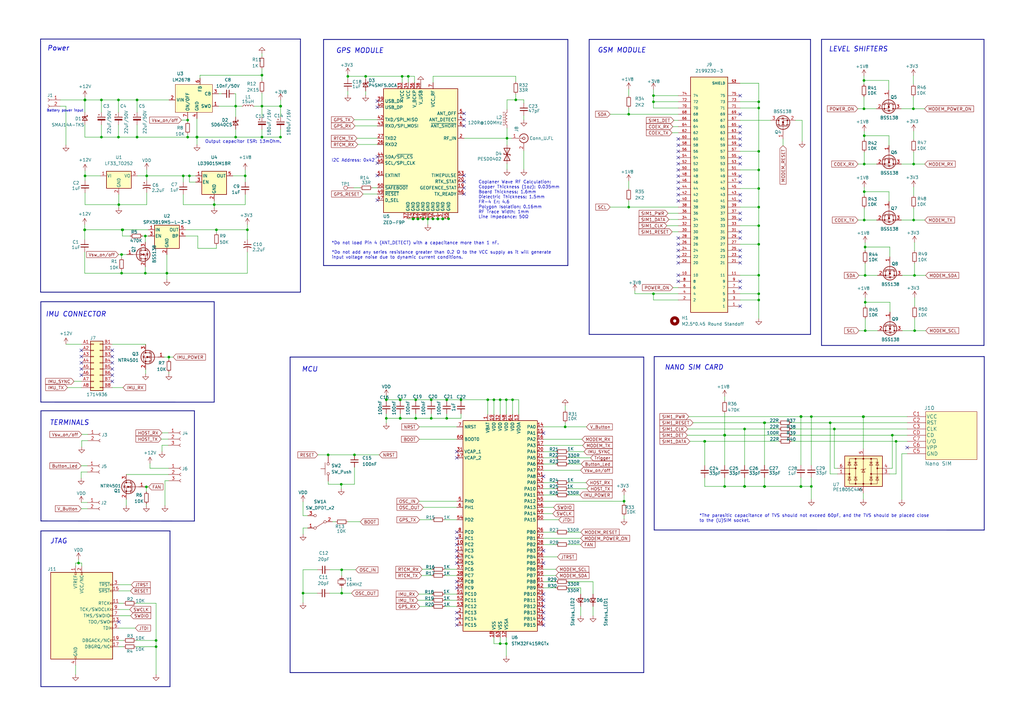
<source format=kicad_sch>
(kicad_sch (version 20211123) (generator eeschema)
  (paper "A3")
  (lib_symbols
    (symbol "2199230-3:2199230-3" (pin_names (offset 1.016))
      (property "Reference" "J" (at -7.62 48.895 0))
      (property "Value" "2199230-3" (at -7.62 -50.8 0))
      (symbol "2199230-3_0_0"
        (pin passive line (at -12.7 45.72 0) (length 5.08) (name "1") (number "1"))
        (pin passive line (at 12.7 33.02 180) (length 5.08) (name "10") (number "10"))
        (pin passive line (at -12.7 33.02 0) (length 5.08) (name "11") (number "11"))
        (pin passive line (at 12.7 43.18 180) (length 5.08) (name "2") (number "2"))
        (pin passive line (at 12.7 27.94 180) (length 5.08) (name "20") (number "20"))
        (pin passive line (at -12.7 27.94 0) (length 5.08) (name "21") (number "21"))
        (pin passive line (at 12.7 25.4 180) (length 5.08) (name "22") (number "22"))
        (pin passive line (at -12.7 25.4 0) (length 5.08) (name "23") (number "23"))
        (pin passive line (at 12.7 22.86 180) (length 5.08) (name "24") (number "24"))
        (pin passive line (at -12.7 22.86 0) (length 5.08) (name "25") (number "25"))
        (pin passive line (at 12.7 20.32 180) (length 5.08) (name "26") (number "26"))
        (pin passive line (at -12.7 20.32 0) (length 5.08) (name "27") (number "27"))
        (pin passive line (at 12.7 17.78 180) (length 5.08) (name "28") (number "28"))
        (pin passive line (at -12.7 17.78 0) (length 5.08) (name "29") (number "29"))
        (pin passive line (at -12.7 43.18 0) (length 5.08) (name "3") (number "3"))
        (pin passive line (at 12.7 15.24 180) (length 5.08) (name "30") (number "30"))
        (pin passive line (at -12.7 15.24 0) (length 5.08) (name "31") (number "31"))
        (pin passive line (at 12.7 12.7 180) (length 5.08) (name "32") (number "32"))
        (pin passive line (at -12.7 12.7 0) (length 5.08) (name "33") (number "33"))
        (pin passive line (at 12.7 10.16 180) (length 5.08) (name "34") (number "34"))
        (pin passive line (at -12.7 10.16 0) (length 5.08) (name "35") (number "35"))
        (pin passive line (at 12.7 7.62 180) (length 5.08) (name "36") (number "36"))
        (pin passive line (at -12.7 7.62 0) (length 5.08) (name "37") (number "37"))
        (pin passive line (at 12.7 5.08 180) (length 5.08) (name "38") (number "38"))
        (pin passive line (at -12.7 5.08 0) (length 5.08) (name "39") (number "39"))
        (pin passive line (at 12.7 40.64 180) (length 5.08) (name "4") (number "4"))
        (pin passive line (at 12.7 2.54 180) (length 5.08) (name "40") (number "40"))
        (pin passive line (at -12.7 2.54 0) (length 5.08) (name "41") (number "41"))
        (pin passive line (at 12.7 0 180) (length 5.08) (name "42") (number "42"))
        (pin passive line (at -12.7 0 0) (length 5.08) (name "43") (number "43"))
        (pin passive line (at 12.7 -2.54 180) (length 5.08) (name "44") (number "44"))
        (pin passive line (at -12.7 -2.54 0) (length 5.08) (name "45") (number "45"))
        (pin passive line (at 12.7 -5.08 180) (length 5.08) (name "46") (number "46"))
        (pin passive line (at -12.7 -5.08 0) (length 5.08) (name "47") (number "47"))
        (pin passive line (at 12.7 -7.62 180) (length 5.08) (name "48") (number "48"))
        (pin passive line (at -12.7 -7.62 0) (length 5.08) (name "49") (number "49"))
        (pin passive line (at -12.7 40.64 0) (length 5.08) (name "5") (number "5"))
        (pin passive line (at 12.7 -10.16 180) (length 5.08) (name "50") (number "50"))
        (pin passive line (at -12.7 -10.16 0) (length 5.08) (name "51") (number "51"))
        (pin passive line (at 12.7 -12.7 180) (length 5.08) (name "52") (number "52"))
        (pin passive line (at -12.7 -12.7 0) (length 5.08) (name "53") (number "53"))
        (pin passive line (at 12.7 -15.24 180) (length 5.08) (name "54") (number "54"))
        (pin passive line (at -12.7 -15.24 0) (length 5.08) (name "55") (number "55"))
        (pin passive line (at 12.7 -17.78 180) (length 5.08) (name "56") (number "56"))
        (pin passive line (at -12.7 -17.78 0) (length 5.08) (name "57") (number "57"))
        (pin passive line (at 12.7 -20.32 180) (length 5.08) (name "58") (number "58"))
        (pin passive line (at -12.7 -20.32 0) (length 5.08) (name "59") (number "59"))
        (pin passive line (at 12.7 38.1 180) (length 5.08) (name "6") (number "6"))
        (pin passive line (at 12.7 -22.86 180) (length 5.08) (name "60") (number "60"))
        (pin passive line (at -12.7 -22.86 0) (length 5.08) (name "61") (number "61"))
        (pin passive line (at 12.7 -25.4 180) (length 5.08) (name "62") (number "62"))
        (pin passive line (at -12.7 -25.4 0) (length 5.08) (name "63") (number "63"))
        (pin passive line (at 12.7 -27.94 180) (length 5.08) (name "64") (number "64"))
        (pin passive line (at -12.7 -27.94 0) (length 5.08) (name "65") (number "65"))
        (pin passive line (at 12.7 -30.48 180) (length 5.08) (name "66") (number "66"))
        (pin passive line (at -12.7 -30.48 0) (length 5.08) (name "67") (number "67"))
        (pin passive line (at 12.7 -33.02 180) (length 5.08) (name "68") (number "68"))
        (pin passive line (at -12.7 -33.02 0) (length 5.08) (name "69") (number "69"))
        (pin passive line (at -12.7 38.1 0) (length 5.08) (name "7") (number "7"))
        (pin passive line (at 12.7 -35.56 180) (length 5.08) (name "70") (number "70"))
        (pin passive line (at -12.7 -35.56 0) (length 5.08) (name "71") (number "71"))
        (pin passive line (at 12.7 -38.1 180) (length 5.08) (name "72") (number "72"))
        (pin passive line (at -12.7 -38.1 0) (length 5.08) (name "73") (number "73"))
        (pin passive line (at 12.7 -40.64 180) (length 5.08) (name "74") (number "74"))
        (pin passive line (at -12.7 -40.64 0) (length 5.08) (name "75") (number "75"))
        (pin passive line (at 12.7 35.56 180) (length 5.08) (name "8") (number "8"))
        (pin passive line (at -12.7 35.56 0) (length 5.08) (name "9") (number "9"))
        (pin passive line (at -12.7 -45.72 0) (length 5.08) (name "SHIELD") (number "S1"))
        (pin passive line (at -12.7 -45.72 0) (length 5.08) (name "SHIELD") (number "S2"))
      )
    )
    (symbol "Connector:Conn_01x02_Female" (pin_names (offset 1.016) hide)
      (property "Reference" "J" (at 0 2.54 0))
      (property "Value" "Conn_01x02_Female" (at 0 -5.08 0))
      (symbol "Conn_01x02_Female_1_1"
        (pin passive line (at -5.08 0 0) (length 3.81) (name "Pin_1") (number "1"))
        (pin passive line (at -5.08 -2.54 0) (length 3.81) (name "Pin_2") (number "2"))
      )
    )
    (symbol "Connector:Conn_01x03_Female" (pin_names (offset 1.016) hide)
      (property "Reference" "J" (at 0 5.08 0))
      (property "Value" "Conn_01x03_Female" (at 0 -5.08 0))
      (symbol "Conn_01x03_Female_1_1"
        (pin passive line (at -5.08 2.54 0) (length 3.81) (name "Pin_1") (number "1"))
        (pin passive line (at -5.08 0 0) (length 3.81) (name "Pin_2") (number "2"))
        (pin passive line (at -5.08 -2.54 0) (length 3.81) (name "Pin_3") (number "3"))
      )
    )
    (symbol "Connector:Conn_ARM_JTAG_SWD_20" (pin_names (offset 1.016))
      (property "Reference" "J" (at -5.08 21.59 0))
      (property "Value" "Conn_ARM_JTAG_SWD_20" (at -5.08 19.05 0))
      (symbol "Conn_ARM_JTAG_SWD_20_1_1"
        (pin power_in line (at -2.54 20.32 270) (length 2.54) (name "VTREF") (number "1"))
        (pin passive line (at -2.54 -20.32 90) (length 2.54) hide (name "GND") (number "10"))
        (pin input line (at 15.24 5.08 180) (length 2.54) (name "RTCK") (number "11"))
        (pin passive line (at -2.54 -20.32 90) (length 2.54) hide (name "GND") (number "12"))
        (pin input line (at 15.24 -2.54 180) (length 2.54) (name "TDO/SWO") (number "13"))
        (pin passive line (at -2.54 -20.32 90) (length 2.54) hide (name "GND") (number "14"))
        (pin bidirectional line (at 15.24 10.16 180) (length 2.54) (name "~{SRST}") (number "15"))
        (pin passive line (at -2.54 -20.32 90) (length 2.54) hide (name "GND") (number "16"))
        (pin output line (at 15.24 -12.7 180) (length 2.54) (name "DBGRQ/NC") (number "17"))
        (pin passive line (at -2.54 -20.32 90) (length 2.54) hide (name "GND") (number "18"))
        (pin input line (at 15.24 -10.16 180) (length 2.54) (name "DBGACK/NC") (number "19"))
        (pin power_in line (at 0 20.32 270) (length 2.54) (name "VCC/NC") (number "2"))
        (pin passive line (at -2.54 -20.32 90) (length 2.54) hide (name "GND") (number "20"))
        (pin output line (at 15.24 12.7 180) (length 2.54) (name "~{TRST}") (number "3"))
        (pin power_in line (at -2.54 -20.32 90) (length 2.54) (name "GND") (number "4"))
        (pin output line (at 15.24 -5.08 180) (length 2.54) (name "TDI") (number "5"))
        (pin passive line (at -2.54 -20.32 90) (length 2.54) hide (name "GND") (number "6"))
        (pin output line (at 15.24 0 180) (length 2.54) (name "TMS/SWDIO") (number "7"))
        (pin passive line (at -2.54 -20.32 90) (length 2.54) hide (name "GND") (number "8"))
        (pin output line (at 15.24 2.54 180) (length 2.54) (name "TCK/SWDCLK") (number "9"))
      )
    )
    (symbol "Connector:Conn_Coaxial" (pin_names (offset 1.016) hide)
      (property "Reference" "J" (at 0.254 3.048 0))
      (property "Value" "Conn_Coaxial" (at 2.921 0 90))
      (symbol "Conn_Coaxial_1_1"
        (pin passive line (at -5.08 0 0) (length 2.54) (name "In") (number "1"))
        (pin passive line (at 0 -5.08 90) (length 2.54) (name "Ext") (number "2"))
      )
    )
    (symbol "Connector:TestPoint" (pin_numbers hide) (pin_names (offset 0.762) hide)
      (property "Reference" "TP" (at 0 6.858 0))
      (property "Value" "TestPoint" (at 0 5.08 0))
      (symbol "TestPoint_1_1"
        (pin passive line (at 0 0 90) (length 2.54) (name "1") (number "1"))
      )
    )
    (symbol "Connector_Generic:Conn_02x08_Odd_Even" (pin_names (offset 1.016) hide)
      (property "Reference" "J?" (at 1.27 14.605 0))
      (property "Value" "1714936" (at 1.27 12.065 0))
      (symbol "Conn_02x08_Odd_Even_1_1"
        (pin passive line (at -5.08 7.62 0) (length 3.81) (name "Pin_1") (number "A1"))
        (pin passive line (at -5.08 5.08 0) (length 3.81) (name "Pin_3") (number "A2"))
        (pin passive line (at -5.08 2.54 0) (length 3.81) (name "Pin_5") (number "A3"))
        (pin passive line (at -5.08 0 0) (length 3.81) (name "Pin_7") (number "A4"))
        (pin passive line (at -5.08 -2.54 0) (length 3.81) (name "Pin_9") (number "A5"))
        (pin passive line (at -5.08 -5.08 0) (length 3.81) (name "Pin_11") (number "A6"))
        (pin passive line (at -5.08 -7.62 0) (length 3.81) (name "Pin_13") (number "A7"))
        (pin passive line (at -5.08 -10.16 0) (length 3.81) (name "Pin_15") (number "A8"))
        (pin passive line (at 7.62 7.62 180) (length 3.81) (name "Pin_2") (number "B1"))
        (pin passive line (at 7.62 5.08 180) (length 3.81) (name "Pin_4") (number "B2"))
        (pin passive line (at 7.62 2.54 180) (length 3.81) (name "Pin_6") (number "B3"))
        (pin passive line (at 7.62 0 180) (length 3.81) (name "Pin_8") (number "B4"))
        (pin passive line (at 7.62 -2.54 180) (length 3.81) (name "Pin_10") (number "B5"))
        (pin passive line (at 7.62 -5.08 180) (length 3.81) (name "Pin_12") (number "B6"))
        (pin passive line (at 7.62 -7.62 180) (length 3.81) (name "Pin_14") (number "B7"))
        (pin passive line (at 7.62 -10.16 180) (length 3.81) (name "Pin_16") (number "B8"))
      )
    )
    (symbol "Device:C_Polarized_Small" (pin_numbers hide) (pin_names (offset 0.254) hide)
      (property "Reference" "C" (at 0.254 1.778 0))
      (property "Value" "C_Polarized_Small" (at 0.254 -2.032 0))
      (symbol "C_Polarized_Small_1_1"
        (pin passive line (at 0 2.54 270) (length 1.8542) (name "~") (number "1"))
        (pin passive line (at 0 -2.54 90) (length 1.8542) (name "~") (number "2"))
      )
    )
    (symbol "Device:C_Polarized_Small_US" (pin_numbers hide) (pin_names (offset 0.254) hide)
      (property "Reference" "C" (at 0.254 1.778 0))
      (property "Value" "C_Polarized_Small_US" (at 0.254 -2.032 0))
      (symbol "C_Polarized_Small_US_1_1"
        (pin passive line (at 0 2.54 270) (length 2.032) (name "~") (number "1"))
        (pin passive line (at 0 -2.54 90) (length 2.032) (name "~") (number "2"))
      )
    )
    (symbol "Device:C_Small" (pin_numbers hide) (pin_names (offset 0.254) hide)
      (property "Reference" "C" (at 0.254 1.778 0))
      (property "Value" "C_Small" (at 0.254 -2.032 0))
      (symbol "C_Small_1_1"
        (pin passive line (at 0 2.54 270) (length 2.032) (name "~") (number "1"))
        (pin passive line (at 0 -2.54 90) (length 2.032) (name "~") (number "2"))
      )
    )
    (symbol "Device:Crystal_Small" (pin_numbers hide) (pin_names (offset 1.016) hide)
      (property "Reference" "Y" (at 0 2.54 0))
      (property "Value" "Crystal_Small" (at 0 -2.54 0))
      (symbol "Crystal_Small_1_1"
        (pin passive line (at -2.54 0 0) (length 1.27) (name "1") (number "1"))
        (pin passive line (at 2.54 0 180) (length 1.27) (name "2") (number "2"))
      )
    )
    (symbol "Device:D_Schottky_Small" (pin_numbers hide) (pin_names (offset 0.254) hide)
      (property "Reference" "D" (at -1.27 2.032 0))
      (property "Value" "D_Schottky_Small" (at -7.112 -2.032 0))
      (symbol "D_Schottky_Small_1_1"
        (pin passive line (at -2.54 0 0) (length 1.778) (name "K") (number "1"))
        (pin passive line (at 2.54 0 180) (length 1.778) (name "A") (number "2"))
      )
    )
    (symbol "Device:D_TVS" (pin_numbers hide) (pin_names (offset 1.016) hide)
      (property "Reference" "D" (at 0 2.54 0))
      (property "Value" "D_TVS" (at 0 -2.54 0))
      (symbol "D_TVS_1_1"
        (pin passive line (at -3.81 0 0) (length 2.54) (name "A1") (number "1"))
        (pin passive line (at 3.81 0 180) (length 2.54) (name "A2") (number "2"))
      )
    )
    (symbol "Device:LED_Small" (pin_numbers hide) (pin_names (offset 0.254) hide)
      (property "Reference" "D" (at -1.27 3.175 0))
      (property "Value" "LED_Small" (at -4.445 -2.54 0))
      (symbol "LED_Small_1_1"
        (pin passive line (at -2.54 0 0) (length 1.778) (name "K") (number "1"))
        (pin passive line (at 2.54 0 180) (length 1.778) (name "A") (number "2"))
      )
    )
    (symbol "Device:L_Ferrite" (pin_numbers hide) (pin_names (offset 1.016) hide)
      (property "Reference" "L" (at -1.27 0 90))
      (property "Value" "L_Ferrite" (at 2.794 0 90))
      (symbol "L_Ferrite_1_1"
        (pin passive line (at 0 3.81 270) (length 1.27) (name "1") (number "1"))
        (pin passive line (at 0 -3.81 90) (length 1.27) (name "2") (number "2"))
      )
    )
    (symbol "Device:L_Small" (pin_numbers hide) (pin_names (offset 0.254) hide)
      (property "Reference" "L" (at 0.762 1.016 0))
      (property "Value" "L_Small" (at 0.762 -1.016 0))
      (symbol "L_Small_1_1"
        (pin passive line (at 0 2.54 270) (length 0.508) (name "~") (number "1"))
        (pin passive line (at 0 -2.54 90) (length 0.508) (name "~") (number "2"))
      )
    )
    (symbol "Device:R_Small" (pin_numbers hide) (pin_names (offset 0.254) hide)
      (property "Reference" "R" (at 0.762 0.508 0))
      (property "Value" "R_Small" (at 0.762 -1.016 0))
      (symbol "R_Small_1_1"
        (pin passive line (at 0 2.54 270) (length 0.762) (name "~") (number "1"))
        (pin passive line (at 0 -2.54 90) (length 0.762) (name "~") (number "2"))
      )
    )
    (symbol "LM2678:LM2678"
      (property "Reference" "U" (at 0 1.27 0))
      (property "Value" "LM2678" (at 0 3.81 0))
      (symbol "LM2678_1_1"
        (pin bidirectional line (at 17.78 -8.89 180) (length 2.54) (name "SWO") (number "1"))
        (pin power_in line (at -2.54 -6.35 0) (length 2.54) (name "VIN") (number "2"))
        (pin bidirectional line (at 17.78 -3.81 180) (length 2.54) (name "CB") (number "3"))
        (pin power_in line (at 8.89 -13.97 90) (length 2.54) (name "GND") (number "4"))
        (pin no_connect line (at 7.62 2.54 270) (length 2.54) hide (name "NC") (number "5"))
        (pin bidirectional line (at 10.16 2.54 270) (length 2.54) (name "FB") (number "6"))
        (pin bidirectional line (at 5.08 -13.97 90) (length 2.54) (name "ON/OFF") (number "7"))
      )
    )
    (symbol "MCU_ST_STM32F4:STM32F415RGTx"
      (property "Reference" "U" (at -15.24 44.45 0))
      (property "Value" "STM32F415RGTx" (at 10.16 44.45 0))
      (symbol "STM32F415RGTx_1_1"
        (pin power_in line (at -5.08 45.72 270) (length 2.54) (name "VBAT") (number "1"))
        (pin bidirectional line (at -17.78 -7.62 0) (length 2.54) (name "PC2") (number "10"))
        (pin bidirectional line (at -17.78 -10.16 0) (length 2.54) (name "PC3") (number "11"))
        (pin power_in line (at 2.54 -45.72 90) (length 2.54) (name "VSSA") (number "12"))
        (pin power_in line (at 7.62 45.72 270) (length 2.54) (name "VDDA") (number "13"))
        (pin bidirectional line (at 17.78 40.64 180) (length 2.54) (name "PA0") (number "14"))
        (pin bidirectional line (at 17.78 38.1 180) (length 2.54) (name "PA1") (number "15"))
        (pin bidirectional line (at 17.78 35.56 180) (length 2.54) (name "PA2") (number "16"))
        (pin bidirectional line (at 17.78 33.02 180) (length 2.54) (name "PA3") (number "17"))
        (pin power_in line (at -2.54 -45.72 90) (length 2.54) (name "VSS") (number "18"))
        (pin power_in line (at -2.54 45.72 270) (length 2.54) (name "VDD") (number "19"))
        (pin bidirectional line (at -17.78 -35.56 0) (length 2.54) (name "PC13") (number "2"))
        (pin bidirectional line (at 17.78 30.48 180) (length 2.54) (name "PA4") (number "20"))
        (pin bidirectional line (at 17.78 27.94 180) (length 2.54) (name "PA5") (number "21"))
        (pin bidirectional line (at 17.78 25.4 180) (length 2.54) (name "PA6") (number "22"))
        (pin bidirectional line (at 17.78 22.86 180) (length 2.54) (name "PA7") (number "23"))
        (pin bidirectional line (at -17.78 -12.7 0) (length 2.54) (name "PC4") (number "24"))
        (pin bidirectional line (at -17.78 -15.24 0) (length 2.54) (name "PC5") (number "25"))
        (pin bidirectional line (at 17.78 -2.54 180) (length 2.54) (name "PB0") (number "26"))
        (pin bidirectional line (at 17.78 -5.08 180) (length 2.54) (name "PB1") (number "27"))
        (pin bidirectional line (at 17.78 -7.62 180) (length 2.54) (name "PB2") (number "28"))
        (pin bidirectional line (at 17.78 -27.94 180) (length 2.54) (name "PB10") (number "29"))
        (pin bidirectional line (at -17.78 -38.1 0) (length 2.54) (name "PC14") (number "3"))
        (pin bidirectional line (at 17.78 -30.48 180) (length 2.54) (name "PB11") (number "30"))
        (pin power_in line (at -17.78 30.48 0) (length 2.54) (name "VCAP_1") (number "31"))
        (pin power_in line (at 0 45.72 270) (length 2.54) (name "VDD") (number "32"))
        (pin bidirectional line (at 17.78 -33.02 180) (length 2.54) (name "PB12") (number "33"))
        (pin bidirectional line (at 17.78 -35.56 180) (length 2.54) (name "PB13") (number "34"))
        (pin bidirectional line (at 17.78 -38.1 180) (length 2.54) (name "PB14") (number "35"))
        (pin bidirectional line (at 17.78 -40.64 180) (length 2.54) (name "PB15") (number "36"))
        (pin bidirectional line (at -17.78 -17.78 0) (length 2.54) (name "PC6") (number "37"))
        (pin bidirectional line (at -17.78 -20.32 0) (length 2.54) (name "PC7") (number "38"))
        (pin bidirectional line (at -17.78 -22.86 0) (length 2.54) (name "PC8") (number "39"))
        (pin bidirectional line (at -17.78 -40.64 0) (length 2.54) (name "PC15") (number "4"))
        (pin bidirectional line (at -17.78 -25.4 0) (length 2.54) (name "PC9") (number "40"))
        (pin bidirectional line (at 17.78 20.32 180) (length 2.54) (name "PA8") (number "41"))
        (pin bidirectional line (at 17.78 17.78 180) (length 2.54) (name "PA9") (number "42"))
        (pin bidirectional line (at 17.78 15.24 180) (length 2.54) (name "PA10") (number "43"))
        (pin bidirectional line (at 17.78 12.7 180) (length 2.54) (name "PA11") (number "44"))
        (pin bidirectional line (at 17.78 10.16 180) (length 2.54) (name "PA12") (number "45"))
        (pin bidirectional line (at 17.78 7.62 180) (length 2.54) (name "PA13") (number "46"))
        (pin power_in line (at -17.78 27.94 0) (length 2.54) (name "VCAP_2") (number "47"))
        (pin power_in line (at 2.54 45.72 270) (length 2.54) (name "VDD") (number "48"))
        (pin bidirectional line (at 17.78 5.08 180) (length 2.54) (name "PA14") (number "49"))
        (pin input line (at -17.78 10.16 0) (length 2.54) (name "PH0") (number "5"))
        (pin bidirectional line (at 17.78 2.54 180) (length 2.54) (name "PA15") (number "50"))
        (pin bidirectional line (at -17.78 -27.94 0) (length 2.54) (name "PC10") (number "51"))
        (pin bidirectional line (at -17.78 -30.48 0) (length 2.54) (name "PC11") (number "52"))
        (pin bidirectional line (at -17.78 -33.02 0) (length 2.54) (name "PC12") (number "53"))
        (pin bidirectional line (at -17.78 2.54 0) (length 2.54) (name "PD2") (number "54"))
        (pin bidirectional line (at 17.78 -10.16 180) (length 2.54) (name "PB3") (number "55"))
        (pin bidirectional line (at 17.78 -12.7 180) (length 2.54) (name "PB4") (number "56"))
        (pin bidirectional line (at 17.78 -15.24 180) (length 2.54) (name "PB5") (number "57"))
        (pin bidirectional line (at 17.78 -17.78 180) (length 2.54) (name "PB6") (number "58"))
        (pin bidirectional line (at 17.78 -20.32 180) (length 2.54) (name "PB7") (number "59"))
        (pin input line (at -17.78 7.62 0) (length 2.54) (name "PH1") (number "6"))
        (pin input line (at -17.78 35.56 0) (length 2.54) (name "BOOT0") (number "60"))
        (pin bidirectional line (at 17.78 -22.86 180) (length 2.54) (name "PB8") (number "61"))
        (pin bidirectional line (at 17.78 -25.4 180) (length 2.54) (name "PB9") (number "62"))
        (pin power_in line (at 0 -45.72 90) (length 2.54) (name "VSS") (number "63"))
        (pin power_in line (at 5.08 45.72 270) (length 2.54) (name "VDD") (number "64"))
        (pin input line (at -17.78 40.64 0) (length 2.54) (name "NRST") (number "7"))
        (pin bidirectional line (at -17.78 -2.54 0) (length 2.54) (name "PC0") (number "8"))
        (pin bidirectional line (at -17.78 -5.08 0) (length 2.54) (name "PC1") (number "9"))
      )
    )
    (symbol "Mechanical:MountingHole" (pin_names (offset 1.016))
      (property "Reference" "H" (at 0 5.08 0))
      (property "Value" "MountingHole" (at 0 3.175 0))
    )
    (symbol "Nano_SIM:NSCCP-D-06-G-SMT-SW-T{slash}R" (pin_names (offset 0.254))
      (property "Reference" "U?" (at 20.32 10.668 0))
      (property "Value" "Nano SIM" (at 19.9136 -7.6962 0))
      (symbol "NSCCP-D-06-G-SMT-SW-T{slash}R_1_1"
        (pin unspecified line (at 0 0 0) (length 7.62) (name "VCC") (number "C1"))
        (pin unspecified line (at 0 -2.54 0) (length 7.62) (name "RST") (number "C2"))
        (pin unspecified line (at 0 -5.08 0) (length 7.62) (name "CLK") (number "C3"))
        (pin unspecified line (at 0 -15.24 0) (length 7.62) (name "GND") (number "C5"))
        (pin unspecified line (at 0 -12.7 0) (length 7.62) (name "VPP") (number "C6"))
        (pin unspecified line (at 0 -10.16 0) (length 7.62) (name "I/O") (number "C7"))
        (pin unspecified line (at 0 -7.62 0) (length 7.62) (name "CD") (number "CD"))
      )
    )
    (symbol "Power_Protection:D3V3XA4B10LP" (pin_names (offset 0))
      (property "Reference" "U?" (at -11.176 -4.1148 0))
      (property "Value" "PE1805C4A6" (at -6.4008 -6.1468 0))
      (symbol "D3V3XA4B10LP_1_1"
        (pin passive line (at -10.5918 0.254 0) (length 3) (name "~") (number "1"))
        (pin no_connect line (at -5.08 7.62 0) (length 5.08) hide (name "NC") (number "10"))
        (pin power_in line (at 0 -7.62 90) (length 3) (name "~") (number "2"))
        (pin passive line (at 10.7696 0.254 180) (length 3) (name "~") (number "3"))
        (pin passive line (at 10.7696 2.54 180) (length 3) (name "~") (number "4"))
        (pin power_in line (at 0 10.5918 270) (length 3) (name "~") (number "5"))
        (pin no_connect line (at 5.08 -7.62 180) (length 5.08) hide (name "NC") (number "6"))
        (pin passive line (at -10.5918 2.54 0) (length 3) (name "~") (number "6"))
        (pin no_connect line (at 5.08 7.62 180) (length 5.08) hide (name "NC") (number "7"))
        (pin passive line (at 0 -12.7 90) (length 5.08) hide (name "VSS") (number "8"))
        (pin no_connect line (at -5.08 -7.62 0) (length 5.08) hide (name "NC") (number "9"))
      )
    )
    (symbol "Regulator_Linear:LD39015M18R" (pin_names (offset 0.254))
      (property "Reference" "U" (at -3.81 5.715 0))
      (property "Value" "LD39015M18R" (at 0 5.715 0))
      (symbol "LD39015M18R_1_1"
        (pin power_in line (at -7.62 2.54 0) (length 2.54) (name "IN") (number "1"))
        (pin power_in line (at 0 -7.62 90) (length 2.54) (name "GND") (number "2"))
        (pin input line (at -7.62 0 0) (length 2.54) (name "EN") (number "3"))
        (pin no_connect line (at 5.08 0 180) (length 2.54) hide (name "NC") (number "4"))
        (pin power_out line (at 7.62 2.54 180) (length 2.54) (name "OUT") (number "5"))
      )
    )
    (symbol "Regulator_Linear:LF33_TO252" (pin_names (offset 0.254))
      (property "Reference" "U" (at -3.81 3.175 0))
      (property "Value" "LF33_TO252" (at 0 3.175 0))
      (symbol "LF33_TO252_1_1"
        (pin power_in line (at -7.62 0 0) (length 2.54) (name "VI") (number "1"))
        (pin power_in line (at 0 -7.62 90) (length 2.54) (name "GND") (number "2"))
        (pin power_out line (at 7.62 0 180) (length 2.54) (name "VO") (number "3"))
      )
    )
    (symbol "Regulator_Linear:SPX3819M5-L-3-3" (pin_names (offset 0.254))
      (property "Reference" "U" (at -3.81 5.715 0))
      (property "Value" "SPX3819M5-L-3-3" (at 0 5.715 0))
      (symbol "SPX3819M5-L-3-3_1_1"
        (pin power_in line (at -7.62 2.54 0) (length 2.54) (name "IN") (number "1"))
        (pin power_in line (at 0 -7.62 90) (length 2.54) (name "GND") (number "2"))
        (pin input line (at -7.62 0 0) (length 2.54) (name "EN") (number "3"))
        (pin input line (at 7.62 0 180) (length 2.54) (name "BP") (number "4"))
        (pin power_out line (at 7.62 2.54 180) (length 2.54) (name "OUT") (number "5"))
      )
    )
    (symbol "Switch:SW_DPDT_x2" (pin_names (offset 0) hide)
      (property "Reference" "SW" (at 0 4.318 0))
      (property "Value" "SW_DPDT_x2" (at 0 -5.08 0))
      (symbol "SW_DPDT_x2_1_1"
        (pin passive line (at 5.08 2.54 180) (length 2.54) (name "A") (number "1"))
        (pin passive line (at -5.08 0 0) (length 2.54) (name "B") (number "2"))
        (pin passive line (at 5.08 -2.54 180) (length 2.54) (name "C") (number "3"))
      )
      (symbol "SW_DPDT_x2_2_1"
        (pin passive line (at 5.08 2.54 180) (length 2.54) (name "A") (number "4"))
        (pin passive line (at -5.08 0 0) (length 2.54) (name "B") (number "5"))
        (pin passive line (at 5.08 -2.54 180) (length 2.54) (name "C") (number "6"))
      )
    )
    (symbol "Switch:SW_Push" (pin_numbers hide) (pin_names (offset 1.016) hide)
      (property "Reference" "SW" (at 1.27 2.54 0))
      (property "Value" "SW_Push" (at 0 -1.524 0))
      (symbol "SW_Push_0_1"
        (pin passive line (at -5.08 0 0) (length 2.54) (name "1") (number "1"))
        (pin passive line (at 5.08 0 180) (length 2.54) (name "2") (number "2"))
      )
    )
    (symbol "Transistor_FET:2N7002" (pin_names hide)
      (property "Reference" "Q" (at 5.08 1.905 0))
      (property "Value" "2N7002" (at 5.08 0 0))
      (symbol "2N7002_1_1"
        (pin input line (at -5.08 0 0) (length 2.54) (name "G") (number "1"))
        (pin passive line (at 2.54 -5.08 90) (length 2.54) (name "S") (number "2"))
        (pin passive line (at 2.54 5.08 270) (length 2.54) (name "D") (number "3"))
      )
    )
    (symbol "Transistor_FET:BSS138" (pin_names hide)
      (property "Reference" "Q" (at 5.08 1.905 0))
      (property "Value" "BSS138" (at 5.08 0 0))
      (symbol "BSS138_1_1"
        (pin input line (at -5.08 0 0) (length 2.54) (name "G") (number "1"))
        (pin passive line (at 2.54 -5.08 90) (length 2.54) (name "S") (number "2"))
        (pin passive line (at 2.54 5.08 270) (length 2.54) (name "D") (number "3"))
      )
    )
    (symbol "ZED-F9P:ZED-F9P"
      (property "Reference" "U?" (at 22.3394 4.826 0))
      (property "Value" "ZED-F9P" (at 22.3394 2.286 0))
      (symbol "ZED-F9P_1_1"
        (pin power_in line (at 22.2758 -53.3654 90) (length 2.54) (name "GND") (number "1"))
        (pin no_connect line (at 0 -17.78 0) (length 2.54) hide (name "Reserved") (number "10"))
        (pin no_connect line (at 0 -25.4 0) (length 2.54) hide (name "Reserved") (number "11"))
        (pin power_in line (at 14.1224 -53.3654 90) (length 2.54) (name "GND") (number "12"))
        (pin no_connect line (at 0 -33.02 0) (length 2.54) hide (name "Reserved") (number "13"))
        (pin power_in line (at 12.1412 -53.3908 90) (length 2.54) (name "GND") (number "14"))
        (pin no_connect line (at 0 -38.1 0) (length 2.54) hide (name "Reserved") (number "15"))
        (pin no_connect line (at 7.62 -50.8 90) (length 2.54) hide (name "Reserved") (number "16"))
        (pin no_connect line (at 10.16 -50.8 90) (length 2.54) hide (name "Reserved") (number "17"))
        (pin no_connect line (at 12.7 -50.8 90) (length 2.54) hide (name "Reserved") (number "18"))
        (pin output line (at 33.02 -40.64 180) (length 2.54) (name "GEOFENCE_STAT") (number "19"))
        (pin input line (at 33.02 -20.32 180) (length 2.54) (name "RF_IN") (number "2"))
        (pin output line (at 33.02 -38.1 180) (length 2.54) (name "RTK_STAT") (number "20"))
        (pin no_connect line (at 17.78 -50.8 90) (length 2.54) hide (name "Reserved") (number "21"))
        (pin no_connect line (at 20.32 -50.8 90) (length 2.54) hide (name "Reserved") (number "22"))
        (pin no_connect line (at 22.86 -50.8 90) (length 2.54) hide (name "Reserved") (number "23"))
        (pin no_connect line (at 30.48 -33.02 180) (length 2.54) hide (name "Reserved") (number "24"))
        (pin no_connect line (at 30.48 -30.48 180) (length 2.54) hide (name "Reserved") (number "25"))
        (pin input line (at -2.54 -22.86 0) (length 2.54) (name "RXD2") (number "26"))
        (pin output line (at -2.54 -20.32 0) (length 2.54) (name "TXD2") (number "27"))
        (pin no_connect line (at 30.48 -27.94 180) (length 2.54) hide (name "Reserved") (number "28"))
        (pin no_connect line (at 30.48 -25.4 180) (length 2.54) hide (name "Reserved") (number "29"))
        (pin power_in line (at 24.2824 -53.3654 90) (length 2.54) (name "GND") (number "3"))
        (pin no_connect line (at 30.48 -22.86 180) (length 2.54) hide (name "Reserved") (number "30"))
        (pin no_connect line (at 30.48 -17.78 180) (length 2.54) hide (name "Reserved") (number "31"))
        (pin power_in line (at 20.2692 -53.3908 90) (length 2.54) (name "GND") (number "32"))
        (pin power_in line (at 7.62 2.54 270) (length 2.54) (name "VCC") (number "33"))
        (pin power_in line (at 10.16 2.54 270) (length 2.54) (name "VCC") (number "34"))
        (pin no_connect line (at 30.48 -7.62 180) (length 2.54) hide (name "Reserved") (number "35"))
        (pin power_in line (at 12.7 2.54 270) (length 2.54) (name "V_BCKP") (number "36"))
        (pin power_in line (at 10.033 -53.3654 90) (length 2.54) (name "GND") (number "37"))
        (pin power_in line (at 15.24 2.54 270) (length 2.54) (name "V_USB") (number "38"))
        (pin bidirectional line (at -2.54 -5.08 0) (length 2.54) (name "USB_DM") (number "39"))
        (pin input line (at 33.02 -12.7 180) (length 2.54) (name "ANT_DETECT") (number "4"))
        (pin bidirectional line (at -2.54 -7.62 0) (length 2.54) (name "USB_DP") (number "40"))
        (pin power_in line (at 16.1798 -53.3654 90) (length 2.54) (name "GND") (number "41"))
        (pin output line (at -2.54 -12.7 0) (length 2.54) (name "TXD/SPI_MISO") (number "42"))
        (pin input line (at -2.54 -15.24 0) (length 2.54) (name "RXD/SPI_MOSI") (number "43"))
        (pin bidirectional line (at -2.54 -27.94 0) (length 2.54) (name "SDA/~{SPI_CS}") (number "44"))
        (pin bidirectional line (at -2.54 -30.48 0) (length 2.54) (name "SCL/SPI_CLK") (number "45"))
        (pin output line (at 33.02 -43.18 180) (length 2.54) (name "TX_READY") (number "46"))
        (pin input line (at -2.54 -45.72 0) (length 2.54) (name "D_SEL") (number "47"))
        (pin power_in line (at 18.1864 -53.3908 90) (length 2.54) (name "GND") (number "48"))
        (pin input line (at -2.54 -43.18 0) (length 2.54) (name "~{RESET}") (number "49"))
        (pin output line (at 33.02 -10.16 180) (length 2.54) (name "ANT_OFF") (number "5"))
        (pin input line (at -2.54 -40.64 0) (length 2.54) (name "~{SAFEBOOT}") (number "50"))
        (pin input line (at -2.54 -35.56 0) (length 2.54) (name "EXTINT") (number "51"))
        (pin no_connect line (at 30.48 -5.08 180) (length 2.54) hide (name "Reserved") (number "52"))
        (pin output line (at 33.02 -35.56 180) (length 2.54) (name "TIMEPULSE") (number "53"))
        (pin no_connect line (at 30.48 -2.54 180) (length 2.54) hide (name "Reserved") (number "54"))
        (pin power_in line (at 26.67 -53.34 90) (length 2.54) (name "GND") (number "55"))
        (pin input line (at 33.02 -15.24 180) (length 2.54) (name "~{ANT_SHORT}") (number "6"))
        (pin power_out line (at 20.32 2.54 270) (length 2.54) (name "VCC_RF") (number "7"))
        (pin no_connect line (at 0 -2.54 0) (length 2.54) hide (name "Reserved") (number "8"))
        (pin no_connect line (at 0 -10.16 0) (length 2.54) hide (name "Reserved") (number "9"))
      )
    )
    (symbol "power:+12V" (power) (pin_names (offset 0))
      (property "Value" "+12V" (at 0 3.556 0))
      (symbol "+12V_1_1"
        (pin power_in line (at 0 0 90) (length 0) hide (name "+12V") (number "1"))
      )
    )
    (symbol "power:+1V8" (power) (pin_names (offset 0))
      (property "Value" "+1V8" (at 0 3.556 0))
      (symbol "+1V8_1_1"
        (pin power_in line (at 0 0 90) (length 0) hide (name "+1V8") (number "1"))
      )
    )
    (symbol "power:+3V3" (power) (pin_names (offset 0))
      (property "Value" "+3V3" (at 0 3.556 0))
      (symbol "+3V3_1_1"
        (pin power_in line (at 0 0 90) (length 0) hide (name "+3V3") (number "1"))
      )
    )
    (symbol "power:+3V8" (power) (pin_names (offset 0))
      (property "Value" "+3V8" (at 0 3.556 0))
      (symbol "+3V8_1_1"
        (pin power_in line (at 0 0 90) (length 0) hide (name "+3V8") (number "1"))
      )
    )
    (symbol "power:GND" (power) (pin_names (offset 0))
      (property "Value" "GND" (at 0 -3.81 0))
      (symbol "GND_1_1"
        (pin power_in line (at 0 0 270) (length 0) hide (name "GND") (number "1"))
      )
    )
    (symbol "power:VDD" (power) (pin_names (offset 0))
      (property "Value" "VDD" (at 0 3.81 0))
      (symbol "VDD_1_1"
        (pin power_in line (at 0 0 90) (length 0) hide (name "VDD") (number "1"))
      )
    )
  )
  (junction (at 311.2008 100.1776))
  (junction (at 169.4434 89.789))
  (junction (at 311.2008 120.4976))
  (junction (at 48.5902 56.2356))
  (junction (at 88.773 94.2594))
  (junction (at 332.7654 170.8658))
  (junction (at 176.8602 171.577))
  (junction (at 49.8602 112.0394))
  (junction (at 142.6718 31.3182))
  (junction (at 354.457 55.6514))
  (junction (at 297.2054 178.4858))
  (junction (at 107.442 56.2356))
  (junction (at 34.8488 40.9956))
  (junction (at 50.2412 94.2594))
  (junction (at 60.0456 199.6948))
  (junction (at 50.1396 94.2594))
  (junction (at 164.1602 171.577))
  (junction (at 124.2822 243.2812))
  (junction (at 354.457 78.613))
  (junction (at 328.4982 170.815))
  (junction (at 328.4982 199.5678))
  (junction (at 164.9222 31.3182))
  (junction (at 169.4434 89.7636))
  (junction (at 289.0266 181.0004))
  (junction (at 340.487 173.4058))
  (junction (at 48.5902 40.9956))
  (junction (at 175.4886 89.789))
  (junction (at 305.3842 199.4916))
  (junction (at 200.0504 163.957))
  (junction (at 311.2008 44.2976))
  (junction (at 176.8602 163.957))
  (junction (at 313.563 173.4058))
  (junction (at 34.7218 94.2848))
  (junction (at 34.8234 40.9956))
  (junction (at 313.563 199.517))
  (junction (at 354.1014 170.8912))
  (junction (at 64.008 265.2268))
  (junction (at 375.1326 135.6106))
  (junction (at 374.7262 67.2846))
  (junction (at 211.5566 40.9702))
  (junction (at 158.4452 171.577))
  (junction (at 76.962 56.2356))
  (junction (at 181.5846 89.789))
  (junction (at 80.772 56.2356))
  (junction (at 50.2666 94.2594))
  (junction (at 134.5946 186.563))
  (junction (at 207.9498 56.7182))
  (junction (at 64.008 262.6868))
  (junction (at 365.9886 178.4858))
  (junction (at 49.8602 104.394))
  (junction (at 297.2054 178.4604))
  (junction (at 311.2008 62.0776))
  (junction (at 311.2008 112.8776))
  (junction (at 56.2102 40.9956))
  (junction (at 34.7218 94.2594))
  (junction (at 311.2008 69.6976))
  (junction (at 139.954 198.628))
  (junction (at 205.1304 163.957))
  (junction (at 354.457 67.2846))
  (junction (at 374.6246 44.6278))
  (junction (at 210.2104 163.957))
  (junction (at 41.6052 40.9956))
  (junction (at 374.7262 90.2462))
  (junction (at 342.2142 175.9458))
  (junction (at 255.9558 205.5622))
  (junction (at 96.647 56.2356))
  (junction (at 289.0266 181.0258))
  (junction (at 107.442 43.5356))
  (junction (at 375.0818 112.9538))
  (junction (at 354.8634 135.6106))
  (junction (at 164.1348 171.577))
  (junction (at 179.578 89.789))
  (junction (at 56.2102 56.2356))
  (junction (at 354.3554 32.9946))
  (junction (at 170.5102 171.577))
  (junction (at 354.8126 101.3206))
  (junction (at 181.5846 89.7636))
  (junction (at 328.4982 199.517))
  (junction (at 69.2658 146.4564))
  (junction (at 167.4622 31.3182))
  (junction (at 311.2008 92.5576))
  (junction (at 59.6138 96.7994))
  (junction (at 59.6138 112.0394))
  (junction (at 297.2054 199.517))
  (junction (at 164.1348 163.957))
  (junction (at 149.9616 31.3182))
  (junction (at 140.1318 233.7054))
  (junction (at 158.4452 163.957))
  (junction (at 183.2102 171.577))
  (junction (at 354.3554 44.6278))
  (junction (at 41.6052 56.2356))
  (junction (at 48.7426 83.9216))
  (junction (at 297.2308 178.4858))
  (junction (at 205.1304 263.9822))
  (junction (at 75.1586 72.136))
  (junction (at 313.563 199.5424))
  (junction (at 34.8742 72.136))
  (junction (at 328.549 170.8658))
  (junction (at 354.8634 123.9774))
  (junction (at 354.1014 170.9166))
  (junction (at 311.2008 84.9376))
  (junction (at 60.1726 72.136))
  (junction (at 170.5102 163.957))
  (junction (at 311.2008 123.0376))
  (junction (at 164.1602 163.957))
  (junction (at 367.5126 181.0258))
  (junction (at 115.0874 43.5356))
  (junction (at 305.3842 175.9458))
  (junction (at 76.962 49.2506))
  (junction (at 115.062 43.5356))
  (junction (at 183.9722 89.7382))
  (junction (at 183.2102 163.957))
  (junction (at 145.3896 186.563))
  (junction (at 171.4246 89.789))
  (junction (at 231.8004 175.0822))
  (junction (at 305.3842 199.517))
  (junction (at 189.0776 163.957))
  (junction (at 80.7974 56.2356))
  (junction (at 207.6704 163.957))
  (junction (at 268.0208 39.2176))
  (junction (at 101.473 94.2594))
  (junction (at 177.5714 89.789))
  (junction (at 171.4246 89.7636))
  (junction (at 332.7654 199.517))
  (junction (at 87.8586 83.9216))
  (junction (at 268.0208 120.4976))
  (junction (at 354.8126 112.9538))
  (junction (at 257.8608 84.9376))
  (junction (at 311.2008 77.3176))
  (junction (at 207.6704 263.9822))
  (junction (at 50.2158 94.2594))
  (junction (at 107.442 30.8356))
  (junction (at 100.5586 72.136))
  (junction (at 354.1014 170.8658))
  (junction (at 32.2072 230.9368))
  (junction (at 68.453 112.0394))
  (junction (at 173.482 89.7636))
  (junction (at 179.578 89.7636))
  (junction (at 96.647 43.5356))
  (junction (at 173.482 89.789))
  (junction (at 311.2008 41.7576))
  (junction (at 140.1318 243.2812))
  (junction (at 268.0208 41.7576))
  (junction (at 77.6986 72.136))
  (junction (at 202.5904 163.957))
  (junction (at 313.563 173.3804))
  (junction (at 115.0366 56.2356))
  (junction (at 257.8608 46.8376))
  (junction (at 354.457 90.2462))
  (no_connect (at 46.0502 151.3332))
  (no_connect (at 222.9104 253.8222))
  (no_connect (at 187.3504 251.2822))
  (no_connect (at 222.9104 248.7422))
  (no_connect (at 303.5808 79.8576))
  (no_connect (at 187.3504 218.2622))
  (no_connect (at 278.1808 77.3176))
  (no_connect (at 46.0502 148.7932))
  (no_connect (at 48.768 255.0668))
  (no_connect (at 187.3504 223.3422))
  (no_connect (at 278.1808 69.6976))
  (no_connect (at 187.3504 225.8822))
  (no_connect (at 278.1808 115.4176))
  (no_connect (at 154.7622 44.0182))
  (no_connect (at 154.7622 41.4782))
  (no_connect (at 154.7622 82.1182))
  (no_connect (at 154.7622 71.9582))
  (no_connect (at 154.7622 64.3382))
  (no_connect (at 154.7622 66.8782))
  (no_connect (at 190.3222 46.5582))
  (no_connect (at 190.3222 49.0982))
  (no_connect (at 190.3222 79.5782))
  (no_connect (at 190.3222 51.6382))
  (no_connect (at 190.3222 74.4982))
  (no_connect (at 190.3222 77.0382))
  (no_connect (at 190.3222 71.9582))
  (no_connect (at 222.9104 177.6222))
  (no_connect (at 33.3502 151.3332))
  (no_connect (at 187.3504 187.7822))
  (no_connect (at 222.9104 230.9622))
  (no_connect (at 303.5808 105.2576))
  (no_connect (at 278.1808 102.7176))
  (no_connect (at 222.9104 195.4022))
  (no_connect (at 303.5808 72.2376))
  (no_connect (at 222.9104 225.8822))
  (no_connect (at 303.5808 46.8376))
  (no_connect (at 222.9104 256.3622))
  (no_connect (at 303.5808 54.4576))
  (no_connect (at 33.3502 146.2532))
  (no_connect (at 278.1808 72.2376))
  (no_connect (at 303.5808 97.6376))
  (no_connect (at 187.3504 256.3622))
  (no_connect (at 303.5808 117.9576))
  (no_connect (at 187.3504 238.5822))
  (no_connect (at 303.5808 39.2176))
  (no_connect (at 278.1808 64.6176))
  (no_connect (at 303.5808 115.4176))
  (no_connect (at 222.9104 246.2022))
  (no_connect (at 303.5808 74.7776))
  (no_connect (at 303.5808 102.7176))
  (no_connect (at 303.5808 59.5376))
  (no_connect (at 303.5808 90.0176))
  (no_connect (at 278.1808 59.5376))
  (no_connect (at 372.0846 183.5658))
  (no_connect (at 278.1808 56.9976))
  (no_connect (at 278.1808 107.7976))
  (no_connect (at 303.5808 67.1576))
  (no_connect (at 278.1808 74.7776))
  (no_connect (at 187.3504 241.1222))
  (no_connect (at 278.1808 100.1776))
  (no_connect (at 303.5808 56.9976))
  (no_connect (at 46.0502 153.8732))
  (no_connect (at 222.9104 251.2822))
  (no_connect (at 33.3502 143.7132))
  (no_connect (at 33.3502 148.7932))
  (no_connect (at 278.1808 82.3976))
  (no_connect (at 187.3504 185.2422))
  (no_connect (at 303.5808 87.4776))
  (no_connect (at 187.3504 253.8222))
  (no_connect (at 278.1808 97.6376))
  (no_connect (at 303.5808 107.7976))
  (no_connect (at 187.3504 228.4222))
  (no_connect (at 278.1808 62.0776))
  (no_connect (at 303.5808 51.9176))
  (no_connect (at 46.0502 146.2532))
  (no_connect (at 278.1808 79.8576))
  (no_connect (at 46.0502 143.7132))
  (no_connect (at 278.1808 112.8776))
  (no_connect (at 303.5808 125.5776))
  (no_connect (at 303.5808 82.3976))
  (no_connect (at 222.9104 243.6622))
  (no_connect (at 187.3504 220.8022))
  (no_connect (at 303.5808 64.6176))
  (no_connect (at 33.3502 153.8732))
  (no_connect (at 278.1808 67.1576))
  (no_connect (at 187.3504 230.9622))
  (no_connect (at 303.5808 95.0976))
  (no_connect (at 278.1808 105.2576))
  (no_connect (at 46.0502 156.4132))
  (wire (pts (xy 222.9104 187.7822) (xy 227.9904 187.7822)))
  (wire (pts (xy 145.3896 186.563) (xy 155.5496 186.563)))
  (wire (pts (xy 96.647 56.2356) (xy 96.647 53.0606)))
  (wire (pts (xy 76.962 49.2506) (xy 76.962 49.8856)))
  (wire (pts (xy 303.5808 120.4976) (xy 311.2008 120.4976)))
  (wire (pts (xy 140.1318 233.7054) (xy 145.8976 233.7054)))
  (wire (pts (xy 275.6408 54.4576) (xy 278.1808 54.4576)))
  (wire (pts (xy 59.6138 112.0394) (xy 68.453 112.0394)))
  (wire (pts (xy 148.8694 79.5782) (xy 154.7622 79.5782)))
  (wire (pts (xy 222.9104 182.7022) (xy 238.9886 182.7022)))
  (wire (pts (xy 130.3274 186.563) (xy 134.5946 186.563)))
  (wire (pts (xy 142.6718 31.3182) (xy 142.6718 32.2834)))
  (wire (pts (xy 311.2008 112.8776) (xy 311.2008 120.4976)))
  (wire (pts (xy 311.2008 84.9376) (xy 311.2008 92.5576)))
  (wire (pts (xy 255.9558 211.5566) (xy 255.9558 212.8012)))
  (wire (pts (xy 61.5188 192.0748) (xy 69.1388 192.0748)))
  (wire (pts (xy 58.4708 96.7994) (xy 59.6138 96.7994)))
  (wire (pts (xy 297.2054 195.9356) (xy 297.2054 199.517)))
  (wire (pts (xy 76.073 94.2594) (xy 88.773 94.2594)))
  (wire (pts (xy 158.4452 171.577) (xy 158.4452 173.482)))
  (wire (pts (xy 80.7974 59.3344) (xy 80.7974 56.2356)))
  (wire (pts (xy 257.8608 46.8376) (xy 278.1808 46.8376)))
  (wire (pts (xy 354.457 62.3062) (xy 354.457 67.2846)))
  (wire (pts (xy 222.9104 236.0422) (xy 227.9904 236.0422)))
  (wire (pts (xy 374.7262 90.2462) (xy 379.2982 90.2462)))
  (wire (pts (xy 313.563 173.3804) (xy 313.563 173.4058)))
  (wire (pts (xy 139.954 198.628) (xy 139.954 200.4568)))
  (wire (pts (xy 222.9104 205.5622) (xy 255.9558 205.5622)))
  (wire (pts (xy 177.6222 33.8582) (xy 177.6222 31.3182)))
  (wire (pts (xy 340.4616 194.3862) (xy 343.5096 194.3862)))
  (wire (pts (xy 182.2704 233.5022) (xy 187.3504 233.5022)))
  (wire (pts (xy 268.0208 120.4976) (xy 268.0208 123.0376)))
  (wire (pts (xy 313.563 173.4058) (xy 313.563 190.8048)))
  (wire (pts (xy 354.457 53.8226) (xy 354.457 55.6514)))
  (wire (pts (xy 303.5808 92.5576) (xy 311.2008 92.5576)))
  (wire (pts (xy 76.962 56.2356) (xy 80.772 56.2356)))
  (wire (pts (xy 365.0234 123.9774) (xy 354.8634 123.9774)))
  (wire (pts (xy 328.4982 195.8594) (xy 328.4982 199.517)))
  (wire (pts (xy 303.5808 49.3776) (xy 316.0776 49.3776)))
  (wire (pts (xy 124.2822 243.2812) (xy 130.1242 243.2812)))
  (wire (pts (xy 164.1602 169.672) (xy 164.1602 171.577)))
  (wire (pts (xy 200.0504 163.957) (xy 202.5904 163.957)))
  (wire (pts (xy 354.3554 31.1658) (xy 354.3554 32.9946)))
  (wire (pts (xy 107.442 56.2356) (xy 96.647 56.2356)))
  (wire (pts (xy 303.5808 77.3176) (xy 311.2008 77.3176)))
  (wire (pts (xy 202.5904 163.957) (xy 202.5904 170.0022)))
  (wire (pts (xy 30.988 232.2068) (xy 30.988 230.9368)))
  (wire (pts (xy 107.442 53.0606) (xy 107.442 56.2356)))
  (wire (pts (xy 303.5808 34.1376) (xy 311.2008 34.1376)))
  (wire (pts (xy 183.2102 164.592) (xy 183.2102 163.957)))
  (bus (pts (xy 16.7894 168.4782) (xy 16.7894 213.6648)))
  (wire (pts (xy 46.0502 158.9532) (xy 50.4698 158.9532)))
  (wire (pts (xy 130.2004 233.7054) (xy 124.2822 233.7054)))
  (wire (pts (xy 182.2704 248.7422) (xy 187.3504 248.7422)))
  (wire (pts (xy 303.5808 100.1776) (xy 311.2008 100.1776)))
  (wire (pts (xy 176.8602 169.672) (xy 176.8602 171.577)))
  (wire (pts (xy 260.4008 119.2276) (xy 260.4008 120.4976)))
  (wire (pts (xy 60.0456 206.7052) (xy 60.0456 207.3656)))
  (wire (pts (xy 59.6138 96.7994) (xy 59.6138 99.314)))
  (wire (pts (xy 80.2386 74.676) (xy 77.6986 74.676)))
  (wire (pts (xy 297.2054 199.517) (xy 305.3842 199.517)))
  (wire (pts (xy 276.352 49.3776) (xy 278.1808 49.3776)))
  (wire (pts (xy 372.0846 178.4858) (xy 365.9886 178.4858)))
  (bus (pts (xy 332.4352 16.1544) (xy 332.4352 137.1346)))
  (wire (pts (xy 96.647 38.4556) (xy 96.647 43.5356)))
  (wire (pts (xy 56.3626 72.136) (xy 60.1726 72.136)))
  (wire (pts (xy 48.768 252.5268) (xy 53.5686 252.5268)))
  (wire (pts (xy 313.563 173.4058) (xy 319.4304 173.4058)))
  (wire (pts (xy 311.2008 100.1776) (xy 311.2008 112.8776)))
  (wire (pts (xy 171.9326 205.5622) (xy 187.3504 205.5622)))
  (wire (pts (xy 354.3554 44.6278) (xy 359.4354 44.6278)))
  (wire (pts (xy 176.8602 171.577) (xy 170.5102 171.577)))
  (wire (pts (xy 59.6138 96.7994) (xy 60.833 96.7994)))
  (wire (pts (xy 342.2142 192.1002) (xy 343.5096 192.1002)))
  (wire (pts (xy 305.3842 175.9458) (xy 319.4812 175.9458)))
  (wire (pts (xy 49.8602 112.0394) (xy 59.6138 112.0394)))
  (wire (pts (xy 250.2408 84.9376) (xy 257.8608 84.9376)))
  (wire (pts (xy 275.9964 117.9576) (xy 278.1808 117.9576)))
  (bus (pts (xy 123.2154 119.8372) (xy 16.6624 119.8372)))
  (wire (pts (xy 152.781 77.0382) (xy 154.7622 77.0382)))
  (wire (pts (xy 210.2104 163.957) (xy 210.2104 170.0022)))
  (wire (pts (xy 257.8608 36.5252) (xy 257.8608 39.2176)))
  (wire (pts (xy 207.6704 263.9822) (xy 207.6704 261.4422)))
  (bus (pts (xy 232.8926 16.1798) (xy 232.8926 108.9152)))
  (wire (pts (xy 289.0266 181.0004) (xy 289.0266 181.0258)))
  (bus (pts (xy 403.5806 141.6812) (xy 336.9564 141.6812)))
  (bus (pts (xy 16.7386 123.7488) (xy 87.8586 123.7488)))
  (wire (pts (xy 222.9104 241.1222) (xy 227.9904 241.1222)))
  (wire (pts (xy 328.9808 49.3776) (xy 326.2376 49.3776)))
  (wire (pts (xy 68.453 112.0394) (xy 68.453 104.4194)))
  (wire (pts (xy 81.153 101.8794) (xy 88.773 101.8794)))
  (wire (pts (xy 50.1396 94.2594) (xy 50.2158 94.2594)))
  (wire (pts (xy 48.768 265.2268) (xy 50.673 265.2268)))
  (bus (pts (xy 16.7386 123.7488) (xy 16.7386 164.9222)))
  (wire (pts (xy 34.8742 69.9516) (xy 34.8742 72.136)))
  (wire (pts (xy 268.0208 41.7576) (xy 278.1808 41.7576)))
  (wire (pts (xy 364.5154 32.9946) (xy 364.5154 37.0078)))
  (wire (pts (xy 364.617 78.613) (xy 354.457 78.613)))
  (wire (pts (xy 76.962 54.9656) (xy 76.962 56.2356)))
  (wire (pts (xy 332.7654 170.8658) (xy 332.7654 190.7794)))
  (wire (pts (xy 64.008 262.6868) (xy 64.008 265.2268)))
  (wire (pts (xy 340.4616 194.3862) (xy 340.487 173.4058)))
  (wire (pts (xy 181.5846 89.789) (xy 183.9722 89.789)))
  (wire (pts (xy 101.473 94.2594) (xy 101.473 92.075)))
  (wire (pts (xy 75.1586 79.756) (xy 75.1586 83.9216)))
  (wire (pts (xy 268.0208 41.7576) (xy 268.0208 44.2976)))
  (wire (pts (xy 233.0704 218.2622) (xy 238.2012 218.2622)))
  (wire (pts (xy 328.4982 199.5678) (xy 328.4982 199.517)))
  (wire (pts (xy 27.6606 158.9532) (xy 33.3502 158.9532)))
  (wire (pts (xy 64.008 247.4468) (xy 64.008 262.6868)))
  (wire (pts (xy 172.1104 213.1822) (xy 177.1904 213.1822)))
  (wire (pts (xy 171.4246 89.789) (xy 173.482 89.789)))
  (wire (pts (xy 372.0846 186.1058) (xy 369.9002 186.1058)))
  (wire (pts (xy 375.1326 135.6106) (xy 379.7046 135.6106)))
  (wire (pts (xy 41.6052 51.1556) (xy 41.6052 56.2356)))
  (wire (pts (xy 354.457 90.2462) (xy 359.537 90.2462)))
  (wire (pts (xy 140.1318 241.173) (xy 140.1318 243.2812)))
  (wire (pts (xy 32.2072 229.3366) (xy 32.2072 230.9368)))
  (wire (pts (xy 354.8126 112.9538) (xy 359.8926 112.9538)))
  (wire (pts (xy 100.5586 69.596) (xy 100.5586 72.136)))
  (wire (pts (xy 303.5808 69.6976) (xy 311.2008 69.6976)))
  (wire (pts (xy 107.442 28.194) (xy 107.442 30.8356)))
  (wire (pts (xy 48.768 242.3668) (xy 53.5178 242.3668)))
  (bus (pts (xy 403.5806 16.129) (xy 403.5806 141.6812)))
  (wire (pts (xy 75.1586 83.9216) (xy 87.8586 83.9216)))
  (wire (pts (xy 60.833 94.2594) (xy 50.2666 94.2594)))
  (wire (pts (xy 61.5188 190.0682) (xy 61.5188 192.0748)))
  (wire (pts (xy 364.9726 101.3206) (xy 354.8126 101.3206)))
  (wire (pts (xy 30.353 156.4132) (xy 33.3502 156.4132)))
  (wire (pts (xy 222.9104 197.9422) (xy 227.9904 197.9422)))
  (wire (pts (xy 126.1872 211.4804) (xy 124.2822 211.4804)))
  (wire (pts (xy 60.1726 83.9216) (xy 48.7426 83.9216)))
  (wire (pts (xy 374.6246 44.6278) (xy 379.1966 44.6278)))
  (wire (pts (xy 34.8742 83.9216) (xy 48.7426 83.9216)))
  (wire (pts (xy 107.442 43.5356) (xy 115.062 43.5356)))
  (wire (pts (xy 182.2704 243.6622) (xy 187.3504 243.6622)))
  (wire (pts (xy 96.647 43.5356) (xy 96.647 47.9806)))
  (wire (pts (xy 101.473 94.2594) (xy 101.473 98.2726)))
  (bus (pts (xy 87.8586 123.7488) (xy 87.8586 164.9476)))
  (wire (pts (xy 297.2308 178.4858) (xy 319.4812 178.4858)))
  (wire (pts (xy 255.9558 205.5622) (xy 255.9558 203.0222)))
  (wire (pts (xy 145.3896 191.643) (xy 145.3896 198.628)))
  (wire (pts (xy 311.2008 34.1376) (xy 311.2008 41.7576)))
  (wire (pts (xy 375.1326 130.6322) (xy 375.1326 135.6106)))
  (wire (pts (xy 48.5902 40.9956) (xy 48.5902 46.0756)))
  (wire (pts (xy 55.753 262.6868) (xy 64.008 262.6868)))
  (wire (pts (xy 370.1034 135.6106) (xy 375.1326 135.6106)))
  (wire (pts (xy 233.0704 200.4822) (xy 240.7158 200.4822)))
  (wire (pts (xy 305.3842 199.517) (xy 313.563 199.517)))
  (wire (pts (xy 48.5902 40.9956) (xy 56.2102 40.9956)))
  (wire (pts (xy 268.0208 120.4976) (xy 260.4008 120.4976)))
  (wire (pts (xy 222.9104 210.6422) (xy 226.7204 210.6422)))
  (wire (pts (xy 49.8602 110.871) (xy 49.8602 112.0394)))
  (wire (pts (xy 342.2142 192.1002) (xy 342.2142 175.9458)))
  (wire (pts (xy 228.6254 228.4222) (xy 222.9104 228.4222)))
  (wire (pts (xy 89.662 43.5356) (xy 96.647 43.5356)))
  (wire (pts (xy 222.9104 180.1622) (xy 238.6838 180.1622)))
  (wire (pts (xy 80.7974 56.2356) (xy 96.647 56.2356)))
  (wire (pts (xy 268.0208 44.2976) (xy 278.1808 44.2976)))
  (wire (pts (xy 50.2666 94.2594) (xy 50.2412 94.2594)))
  (bus (pts (xy 118.999 146.4564) (xy 118.999 275.8694)))
  (wire (pts (xy 332.7654 199.517) (xy 332.7654 204.8002)))
  (wire (pts (xy 202.5904 163.957) (xy 205.1304 163.957)))
  (wire (pts (xy 34.8234 40.9956) (xy 34.8234 46.0502)))
  (wire (pts (xy 48.7426 79.756) (xy 48.7426 83.9216)))
  (wire (pts (xy 76.073 96.7994) (xy 81.153 96.7994)))
  (wire (pts (xy 49.8602 104.394) (xy 51.9938 104.394)))
  (wire (pts (xy 354.457 55.6514) (xy 354.457 57.2262)))
  (wire (pts (xy 354.457 67.2846) (xy 359.537 67.2846)))
  (bus (pts (xy 16.6624 16.0274) (xy 16.6624 119.8372)))
  (wire (pts (xy 222.9104 233.5022) (xy 227.9904 233.5022)))
  (wire (pts (xy 145.0594 77.0382) (xy 147.701 77.0382)))
  (wire (pts (xy 187.3504 180.1622) (xy 171.9834 180.1622)))
  (wire (pts (xy 222.9104 175.0822) (xy 231.8004 175.0822)))
  (bus (pts (xy 403.6822 146.2532) (xy 403.6822 217.3986)))
  (wire (pts (xy 354.1014 202.2602) (xy 354.1014 204.8002)))
  (wire (pts (xy 59.6138 109.474) (xy 59.6138 112.0394)))
  (wire (pts (xy 68.9864 182.626) (xy 66.4464 182.626)))
  (wire (pts (xy 171.4246 246.2022) (xy 177.1904 246.2022)))
  (wire (pts (xy 231.8004 166.3954) (xy 231.8004 168.275)))
  (wire (pts (xy 328.4982 170.815) (xy 328.4982 190.7794)))
  (wire (pts (xy 115.062 56.2356) (xy 115.0366 56.2356)))
  (wire (pts (xy 222.9104 203.0222) (xy 227.9904 203.0222)))
  (wire (pts (xy 303.5808 44.2976) (xy 311.2008 44.2976)))
  (wire (pts (xy 365.0234 123.9774) (xy 365.0234 127.9906)))
  (wire (pts (xy 289.0266 181.0258) (xy 289.0266 190.9064)))
  (wire (pts (xy 34.8488 39.8272) (xy 34.8488 40.9956)))
  (wire (pts (xy 33.274 193.5988) (xy 33.274 196.1388)))
  (bus (pts (xy 16.7894 168.4782) (xy 79.7306 168.4782)))
  (wire (pts (xy 374.6246 31.0642) (xy 374.6246 34.5694)))
  (wire (pts (xy 164.1348 171.577) (xy 164.1602 171.577)))
  (wire (pts (xy 303.5808 123.0376) (xy 311.2008 123.0376)))
  (wire (pts (xy 56.2102 56.2356) (xy 76.962 56.2356)))
  (wire (pts (xy 142.6718 30.4546) (xy 142.6718 31.3182)))
  (wire (pts (xy 48.7426 83.9216) (xy 48.7426 85.1408)))
  (wire (pts (xy 164.9222 33.8582) (xy 164.9222 31.3182)))
  (wire (pts (xy 56.2102 40.9956) (xy 56.2102 46.0756)))
  (bus (pts (xy 69.723 281.6352) (xy 16.764 281.6352)))
  (bus (pts (xy 79.7306 213.7156) (xy 16.7894 213.6648)))
  (wire (pts (xy 202.5904 261.4422) (xy 202.5904 263.9822)))
  (wire (pts (xy 313.563 199.5424) (xy 313.563 199.517)))
  (wire (pts (xy 354.8634 122.1486) (xy 354.8634 123.9774)))
  (wire (pts (xy 332.7654 195.8594) (xy 332.7654 199.517)))
  (wire (pts (xy 369.697 67.2846) (xy 374.7262 67.2846)))
  (wire (pts (xy 135.2804 233.7054) (xy 140.1318 233.7054)))
  (wire (pts (xy 233.0704 187.7822) (xy 242.2398 187.7822)))
  (wire (pts (xy 170.5102 169.672) (xy 170.5102 171.577)))
  (wire (pts (xy 172.1104 248.7422) (xy 177.1904 248.7422)))
  (wire (pts (xy 100.5586 83.9216) (xy 87.8586 83.9216)))
  (wire (pts (xy 297.2054 178.4858) (xy 297.2308 178.4858)))
  (wire (pts (xy 34.8488 40.9956) (xy 41.6052 40.9956)))
  (wire (pts (xy 364.871 192.1002) (xy 365.9886 192.1002)))
  (wire (pts (xy 67.3354 146.4564) (xy 69.2658 146.4564)))
  (wire (pts (xy 134.5946 186.563) (xy 134.5946 187.198)))
  (wire (pts (xy 351.8154 44.6278) (xy 354.3554 44.6278)))
  (wire (pts (xy 142.6972 214.0204) (xy 147.7772 214.0204)))
  (wire (pts (xy 145.2626 49.0982) (xy 154.7622 49.0982)))
  (wire (pts (xy 289.0266 199.517) (xy 297.2054 199.517)))
  (wire (pts (xy 354.457 76.7842) (xy 354.457 78.613)))
  (wire (pts (xy 233.0704 241.1222) (xy 238.1504 241.1222)))
  (wire (pts (xy 169.4434 89.7636) (xy 169.4434 89.789)))
  (wire (pts (xy 88.773 94.2594) (xy 101.473 94.2594)))
  (bus (pts (xy 16.764 217.7288) (xy 16.764 281.6352)))
  (bus (pts (xy 16.6624 16.0274) (xy 123.2154 16.0274)))
  (wire (pts (xy 104.267 43.5356) (xy 107.442 43.5356)))
  (wire (pts (xy 30.988 230.9368) (xy 32.2072 230.9368)))
  (wire (pts (xy 34.8234 56.2356) (xy 41.6052 56.2356)))
  (wire (pts (xy 364.617 78.613) (xy 364.617 82.6262)))
  (wire (pts (xy 311.2008 44.2976) (xy 311.2008 62.0776)))
  (wire (pts (xy 182.2704 213.1822) (xy 187.3504 213.1822)))
  (wire (pts (xy 164.1602 163.957) (xy 164.1602 164.592)))
  (wire (pts (xy 374.7262 67.2846) (xy 379.2982 67.2846)))
  (wire (pts (xy 50.2412 94.2594) (xy 50.2158 94.2594)))
  (wire (pts (xy 222.9104 218.2622) (xy 227.9904 218.2622)))
  (wire (pts (xy 354.8634 123.9774) (xy 354.8634 125.5522)))
  (wire (pts (xy 207.6704 163.957) (xy 210.2104 163.957)))
  (bus (pts (xy 79.7306 168.4782) (xy 79.7306 213.7156)))
  (wire (pts (xy 164.9222 31.3182) (xy 167.4622 31.3182)))
  (wire (pts (xy 189.0776 169.6974) (xy 189.0776 171.577)))
  (wire (pts (xy 257.8608 74.2188) (xy 257.8608 77.3176)))
  (wire (pts (xy 351.917 90.2462) (xy 354.457 90.2462)))
  (wire (pts (xy 222.9104 220.8022) (xy 238.1504 220.8022)))
  (wire (pts (xy 313.563 199.517) (xy 328.4982 199.517)))
  (wire (pts (xy 238.1504 241.1222) (xy 238.1504 243.6622)))
  (wire (pts (xy 56.2102 51.1556) (xy 56.2102 56.2356)))
  (wire (pts (xy 179.578 89.789) (xy 181.5846 89.789)))
  (wire (pts (xy 34.7218 94.2594) (xy 34.7218 92.1004)))
  (wire (pts (xy 34.8742 79.0956) (xy 34.8742 83.9216)))
  (wire (pts (xy 24.765 40.9956) (xy 34.8234 40.9956)))
  (wire (pts (xy 82.042 30.8356) (xy 107.442 30.8356)))
  (wire (pts (xy 305.3842 175.9458) (xy 305.3842 190.8556)))
  (wire (pts (xy 134.5946 198.628) (xy 139.954 198.628)))
  (wire (pts (xy 328.549 170.8658) (xy 332.7654 170.8658)))
  (bus (pts (xy 87.8586 164.9476) (xy 16.7386 164.9222)))
  (wire (pts (xy 33.5026 178.181) (xy 36.0426 178.181)))
  (wire (pts (xy 48.5902 56.2356) (xy 56.2102 56.2356)))
  (wire (pts (xy 222.9104 200.4822) (xy 227.9904 200.4822)))
  (wire (pts (xy 238.1504 248.7422) (xy 238.1504 252.5522)))
  (wire (pts (xy 255.9558 205.5622) (xy 255.9558 206.4766)))
  (wire (pts (xy 289.0266 181.0258) (xy 319.532 181.0258)))
  (wire (pts (xy 207.9498 52.5018) (xy 207.9498 56.7182)))
  (wire (pts (xy 375.1326 122.047) (xy 375.1326 125.5522)))
  (wire (pts (xy 76.962 48.6156) (xy 76.962 49.2506)))
  (wire (pts (xy 75.1586 72.136) (xy 77.6986 72.136)))
  (wire (pts (xy 49.8602 104.394) (xy 49.8602 105.791)))
  (wire (pts (xy 48.768 262.6868) (xy 50.673 262.6868)))
  (wire (pts (xy 30.988 272.8468) (xy 30.988 276.6568)))
  (wire (pts (xy 134.5946 186.563) (xy 145.3896 186.563)))
  (wire (pts (xy 88.773 95.5294) (xy 88.773 94.2594)))
  (wire (pts (xy 170.5102 163.957) (xy 164.1602 163.957)))
  (wire (pts (xy 36.0426 180.721) (xy 33.5026 180.721)))
  (wire (pts (xy 35.814 193.5988) (xy 33.274 193.5988)))
  (wire (pts (xy 222.9104 192.8622) (xy 238.1504 192.8622)))
  (wire (pts (xy 107.442 30.8356) (xy 107.442 33.0708)))
  (wire (pts (xy 48.768 247.4468) (xy 50.673 247.4468)))
  (wire (pts (xy 268.0208 39.2176) (xy 268.0208 41.7576)))
  (wire (pts (xy 222.9104 190.3222) (xy 227.9904 190.3222)))
  (wire (pts (xy 369.5954 44.6278) (xy 374.6246 44.6278)))
  (wire (pts (xy 177.6222 31.3182) (xy 211.5566 31.3182)))
  (wire (pts (xy 354.8126 99.4918) (xy 354.8126 101.3206)))
  (wire (pts (xy 135.2042 243.2812) (xy 140.1318 243.2812)))
  (wire (pts (xy 354.8126 101.3206) (xy 354.8126 102.8954)))
  (bus (pts (xy 241.6556 16.1544) (xy 241.6556 137.1346)))
  (wire (pts (xy 34.7218 94.2594) (xy 34.7218 94.2848)))
  (wire (pts (xy 268.0208 36.6776) (xy 268.0208 39.2176)))
  (wire (pts (xy 101.473 103.3526) (xy 101.473 112.0394)))
  (bus (pts (xy 268.3256 146.2532) (xy 403.6822 146.2532)))
  (wire (pts (xy 311.2008 120.4976) (xy 311.2008 123.0376)))
  (wire (pts (xy 374.7262 53.721) (xy 374.7262 57.2262)))
  (wire (pts (xy 352.3234 135.6106) (xy 354.8634 135.6106)))
  (wire (pts (xy 32.2072 230.9368) (xy 33.528 230.9368)))
  (wire (pts (xy 328.4982 170.815) (xy 328.549 170.8658)))
  (wire (pts (xy 332.7654 170.8658) (xy 354.1014 170.8658)))
  (wire (pts (xy 41.6052 40.9956) (xy 48.5902 40.9956)))
  (wire (pts (xy 33.5026 180.721) (xy 33.5026 183.261)))
  (wire (pts (xy 183.2102 171.577) (xy 176.8602 171.577)))
  (wire (pts (xy 107.442 38.1508) (xy 107.442 43.5356)))
  (wire (pts (xy 167.4622 31.3182) (xy 167.4622 33.8582)))
  (wire (pts (xy 231.8004 175.0822) (xy 240.538 175.0822)))
  (wire (pts (xy 34.8234 40.9956) (xy 34.8488 40.9956)))
  (wire (pts (xy 124.3076 216.5604) (xy 124.3076 219.1004)))
  (wire (pts (xy 282.956 181.0258) (xy 289.0266 181.0258)))
  (wire (pts (xy 177.5714 89.789) (xy 179.578 89.789)))
  (wire (pts (xy 173.6344 208.1022) (xy 187.3504 208.1022)))
  (wire (pts (xy 205.1304 263.9822) (xy 207.6704 263.9822)))
  (wire (pts (xy 158.4452 162.3568) (xy 158.4452 163.957)))
  (wire (pts (xy 124.2822 243.2812) (xy 124.2822 247.1674)))
  (wire (pts (xy 210.2104 163.957) (xy 212.7504 163.957)))
  (wire (pts (xy 257.8608 44.2976) (xy 257.8608 46.8376)))
  (wire (pts (xy 268.0208 39.2176) (xy 278.1808 39.2176)))
  (wire (pts (xy 171.958 175.0822) (xy 187.3504 175.0822)))
  (wire (pts (xy 214.8586 47.371) (xy 214.8586 49.1998)))
  (wire (pts (xy 82.042 30.8356) (xy 82.042 32.1056)))
  (wire (pts (xy 100.5586 79.756) (xy 100.5586 83.9216)))
  (wire (pts (xy 202.5904 263.9822) (xy 205.1304 263.9822)))
  (wire (pts (xy 27.051 59.4868) (xy 27.051 43.5356)))
  (wire (pts (xy 53.3908 96.7994) (xy 50.2158 96.7994)))
  (wire (pts (xy 69.2658 146.4564) (xy 69.2658 147.5232)))
  (wire (pts (xy 328.9808 49.3776) (xy 328.9808 57.9628)))
  (wire (pts (xy 181.5846 89.7636) (xy 181.5846 89.789)))
  (wire (pts (xy 369.9002 186.1058) (xy 369.9002 204.9526)))
  (wire (pts (xy 69.2658 152.6032) (xy 69.2658 153.2636)))
  (wire (pts (xy 96.647 43.5356) (xy 99.187 43.5356)))
  (wire (pts (xy 370.0526 112.9538) (xy 375.0818 112.9538)))
  (wire (pts (xy 324.5612 178.4858) (xy 365.9886 178.4858)))
  (wire (pts (xy 66.4464 182.626) (xy 66.4464 185.166)))
  (wire (pts (xy 183.9722 89.789) (xy 183.9722 89.7382)))
  (wire (pts (xy 305.3842 199.4916) (xy 305.3842 199.517)))
  (wire (pts (xy 354.1014 170.9166) (xy 354.1014 184.0484)))
  (wire (pts (xy 354.8126 107.9754) (xy 354.8126 112.9538)))
  (wire (pts (xy 268.0208 120.4976) (xy 278.1808 120.4976)))
  (wire (pts (xy 60.0456 199.6948) (xy 60.96 199.6948)))
  (wire (pts (xy 69.1388 197.1548) (xy 67.6656 197.1548)))
  (wire (pts (xy 374.7262 76.6826) (xy 374.7262 80.1878)))
  (wire (pts (xy 69.2658 146.4564) (xy 71.0438 146.4564)))
  (wire (pts (xy 367.5126 194.3862) (xy 367.5126 181.0258)))
  (wire (pts (xy 214.8586 42.291) (xy 214.8586 40.9702)))
  (wire (pts (xy 140.1318 243.2812) (xy 144.1958 243.2812)))
  (wire (pts (xy 214.8586 61.7982) (xy 214.8586 69.469)))
  (wire (pts (xy 282.0924 175.9458) (xy 305.3842 175.9458)))
  (wire (pts (xy 274.3708 90.0176) (xy 278.1808 90.0176)))
  (wire (pts (xy 222.9104 223.3422) (xy 227.9904 223.3422)))
  (bus (pts (xy 336.9564 16.129) (xy 336.9564 141.6812)))
  (wire (pts (xy 89.662 38.4556) (xy 90.932 38.4556)))
  (wire (pts (xy 124.2822 205.7654) (xy 124.2822 211.4804)))
  (wire (pts (xy 48.768 257.6068) (xy 55.5244 257.6068)))
  (wire (pts (xy 374.7262 85.2678) (xy 374.7262 90.2462)))
  (bus (pts (xy 332.4352 137.1346) (xy 241.6556 137.1346)))
  (wire (pts (xy 354.8634 135.6106) (xy 359.9434 135.6106)))
  (wire (pts (xy 66.4464 177.546) (xy 68.9864 177.546)))
  (wire (pts (xy 34.8234 51.1302) (xy 34.8234 56.2356)))
  (wire (pts (xy 107.442 21.9202) (xy 107.442 23.114)))
  (wire (pts (xy 354.457 78.613) (xy 354.457 80.1878)))
  (wire (pts (xy 115.0874 41.0464) (xy 115.0874 43.5356)))
  (wire (pts (xy 115.0366 56.2356) (xy 107.442 56.2356)))
  (wire (pts (xy 158.4452 171.577) (xy 164.1348 171.577)))
  (bus (pts (xy 118.999 146.4564) (xy 264.033 146.4564)))
  (wire (pts (xy 60.1726 72.136) (xy 75.1586 72.136)))
  (wire (pts (xy 375.0818 107.9754) (xy 375.0818 112.9538)))
  (wire (pts (xy 354.3554 39.6494) (xy 354.3554 44.6278)))
  (wire (pts (xy 33.528 230.9368) (xy 33.528 232.2068)))
  (wire (pts (xy 273.5072 92.5576) (xy 278.1808 92.5576)))
  (wire (pts (xy 183.2102 163.957) (xy 176.8602 163.957)))
  (wire (pts (xy 311.2008 62.0776) (xy 311.2008 69.6976)))
  (wire (pts (xy 207.9498 67.1322) (xy 207.9498 69.469)))
  (wire (pts (xy 375.0818 99.3902) (xy 375.0818 102.8954)))
  (wire (pts (xy 169.4434 89.789) (xy 171.4246 89.789)))
  (wire (pts (xy 374.7262 62.3062) (xy 374.7262 67.2846)))
  (wire (pts (xy 305.3842 195.9356) (xy 305.3842 199.4916)))
  (wire (pts (xy 80.772 48.6156) (xy 80.772 56.2356)))
  (wire (pts (xy 375.0818 112.9538) (xy 379.6538 112.9538)))
  (wire (pts (xy 297.2054 169.418) (xy 297.2054 178.4604)))
  (wire (pts (xy 87.8586 83.9216) (xy 87.8586 82.296)))
  (wire (pts (xy 95.4786 72.136) (xy 100.5586 72.136)))
  (wire (pts (xy 364.617 55.6514) (xy 364.617 59.6646)))
  (wire (pts (xy 27.051 141.1732) (xy 33.3502 141.1732)))
  (wire (pts (xy 182.2704 246.2022) (xy 187.3504 246.2022)))
  (wire (pts (xy 289.0266 195.9864) (xy 289.0266 199.517)))
  (wire (pts (xy 176.8602 163.957) (xy 170.5102 163.957)))
  (wire (pts (xy 48.768 249.9868) (xy 53.213 249.9868)))
  (wire (pts (xy 59.4106 199.6948) (xy 60.0456 199.6948)))
  (bus (pts (xy 16.764 217.7288) (xy 69.723 217.7288)))
  (wire (pts (xy 190.3222 56.7182) (xy 207.9498 56.7182)))
  (wire (pts (xy 297.2054 178.4858) (xy 297.2054 190.8556)))
  (bus (pts (xy 132.715 16.1798) (xy 132.715 108.9152)))
  (wire (pts (xy 250.2408 46.8376) (xy 257.8608 46.8376)))
  (wire (pts (xy 324.5612 175.9458) (xy 342.2142 175.9458)))
  (wire (pts (xy 124.3076 216.5604) (xy 126.1872 216.5604)))
  (wire (pts (xy 77.6986 74.676) (xy 77.6986 72.136)))
  (wire (pts (xy 311.2008 92.5576) (xy 311.2008 100.1776)))
  (wire (pts (xy 207.9498 56.7182) (xy 207.9498 59.5122)))
  (wire (pts (xy 340.487 173.4058) (xy 372.0846 173.4058)))
  (wire (pts (xy 321.1576 59.7408) (xy 321.1576 56.9976)))
  (wire (pts (xy 209.7786 56.7182) (xy 207.9498 56.7182)))
  (wire (pts (xy 34.8742 72.136) (xy 34.8742 74.0156)))
  (bus (pts (xy 241.6556 16.1544) (xy 332.4352 16.1544)))
  (wire (pts (xy 351.917 67.2846) (xy 354.457 67.2846)))
  (bus (pts (xy 403.6822 217.3986) (xy 268.3256 217.3732)))
  (wire (pts (xy 134.5946 197.358) (xy 134.5946 198.628)))
  (wire (pts (xy 96.012 38.4556) (xy 96.647 38.4556)))
  (wire (pts (xy 354.8634 130.6322) (xy 354.8634 135.6106)))
  (wire (pts (xy 189.0776 163.957) (xy 200.0504 163.957)))
  (wire (pts (xy 303.5808 41.7576) (xy 311.2008 41.7576)))
  (wire (pts (xy 205.1304 163.957) (xy 207.6704 163.957)))
  (wire (pts (xy 60.1726 69.5452) (xy 60.1726 72.136)))
  (wire (pts (xy 205.1304 163.957) (xy 205.1304 170.0022)))
  (wire (pts (xy 145.5674 51.6382) (xy 154.7622 51.6382)))
  (wire (pts (xy 136.3472 214.0204) (xy 137.6172 214.0204)))
  (bus (pts (xy 132.715 16.1798) (xy 232.8926 16.1798)))
  (wire (pts (xy 233.0704 223.3422) (xy 238.1504 223.3422)))
  (wire (pts (xy 81.153 96.7994) (xy 81.153 101.8794)))
  (wire (pts (xy 211.5566 31.3182) (xy 211.5566 33.5026)))
  (wire (pts (xy 66.1416 180.086) (xy 68.9864 180.086)))
  (bus (pts (xy 123.2154 16.0274) (xy 123.2154 119.8372)))
  (wire (pts (xy 175.4886 89.789) (xy 175.4886 92.1004)))
  (wire (pts (xy 233.0704 185.2422) (xy 239.522 185.2422)))
  (wire (pts (xy 365.9886 178.4858) (xy 365.9886 192.1002)))
  (wire (pts (xy 207.6704 263.9822) (xy 207.6704 269.0622)))
  (wire (pts (xy 115.062 47.9806) (xy 115.062 43.5356)))
  (wire (pts (xy 324.5104 173.4058) (xy 340.487 173.4058)))
  (wire (pts (xy 281.9146 178.4858) (xy 297.2054 178.4858)))
  (wire (pts (xy 273.9644 87.4776) (xy 278.1808 87.4776)))
  (wire (pts (xy 158.4452 169.672) (xy 158.4452 171.577)))
  (wire (pts (xy 75.1586 72.136) (xy 75.1586 74.676)))
  (wire (pts (xy 50.2158 96.7994) (xy 50.2158 94.2594)))
  (wire (pts (xy 200.0504 163.957) (xy 200.0504 170.0022)))
  (wire (pts (xy 59.7154 141.1732) (xy 59.7154 141.3764)))
  (wire (pts (xy 149.9616 31.3182) (xy 164.9222 31.3182)))
  (wire (pts (xy 167.3352 89.7636) (xy 169.4434 89.7636)))
  (wire (pts (xy 352.2726 112.9538) (xy 354.8126 112.9538)))
  (wire (pts (xy 369.697 90.2462) (xy 374.7262 90.2462)))
  (wire (pts (xy 354.1014 170.8658) (xy 354.1014 170.8912)))
  (wire (pts (xy 324.612 181.0258) (xy 367.5126 181.0258)))
  (wire (pts (xy 364.9726 101.3206) (xy 364.9726 105.3338)))
  (wire (pts (xy 158.4452 163.957) (xy 164.1348 163.957)))
  (wire (pts (xy 60.1726 72.136) (xy 60.1726 73.9648)))
  (wire (pts (xy 311.2008 69.6976) (xy 311.2008 77.3176)))
  (wire (pts (xy 51.7906 194.6148) (xy 69.1388 194.6148)))
  (wire (pts (xy 179.578 89.7636) (xy 179.578 89.789)))
  (wire (pts (xy 142.6718 31.3182) (xy 149.9616 31.3182)))
  (wire (pts (xy 173.2026 233.5022) (xy 177.1904 233.5022)))
  (wire (pts (xy 60.1726 79.0448) (xy 60.1726 83.9216)))
  (wire (pts (xy 48.5902 51.1556) (xy 48.5902 56.2356)))
  (wire (pts (xy 354.457 85.2678) (xy 354.457 90.2462)))
  (bus (pts (xy 268.3256 146.2532) (xy 268.3256 217.3732)))
  (wire (pts (xy 183.2102 163.957) (xy 189.0776 163.957)))
  (wire (pts (xy 56.2102 40.9956) (xy 69.342 40.9956)))
  (wire (pts (xy 167.4622 31.3182) (xy 170.0022 31.3182)))
  (wire (pts (xy 77.6986 72.136) (xy 80.2386 72.136)))
  (wire (pts (xy 311.2008 41.7576) (xy 311.2008 44.2976)))
  (wire (pts (xy 173.482 89.789) (xy 175.4886 89.789)))
  (wire (pts (xy 183.2102 169.672) (xy 183.2102 171.577)))
  (wire (pts (xy 68.453 114.5794) (xy 68.453 112.0394)))
  (wire (pts (xy 149.9616 37.3888) (xy 149.9616 38.9636)))
  (wire (pts (xy 33.274 191.0588) (xy 35.814 191.0588)))
  (wire (pts (xy 80.772 56.2356) (xy 80.7974 56.2356)))
  (bus (pts (xy 336.9564 16.129) (xy 403.5806 16.129)))
  (wire (pts (xy 146.7358 59.2582) (xy 154.7622 59.2582)))
  (wire (pts (xy 372.0846 175.9458) (xy 342.2142 175.9458)))
  (wire (pts (xy 48.5648 104.394) (xy 49.8602 104.394)))
  (wire (pts (xy 164.1348 163.957) (xy 164.1602 163.957)))
  (wire (pts (xy 60.0456 199.6948) (xy 60.0456 201.6252)))
  (wire (pts (xy 55.753 265.2268) (xy 64.008 265.2268)))
  (wire (pts (xy 284.2514 173.4058) (xy 313.563 173.4058)))
  (bus (pts (xy 264.033 275.8694) (xy 118.999 275.8694)))
  (wire (pts (xy 176.8602 163.957) (xy 176.8602 164.592)))
  (wire (pts (xy 207.9498 40.9702) (xy 207.9498 44.8818)))
  (wire (pts (xy 233.0704 203.0222) (xy 237.871 203.0222)))
  (wire (pts (xy 211.5566 40.9702) (xy 214.8586 40.9702)))
  (wire (pts (xy 275.9456 51.9176) (xy 278.1808 51.9176)))
  (wire (pts (xy 354.1014 170.8912) (xy 354.1014 170.9166)))
  (wire (pts (xy 146.431 56.7182) (xy 154.7622 56.7182)))
  (wire (pts (xy 46.0502 141.1732) (xy 59.7154 141.1732)))
  (wire (pts (xy 311.2008 123.0376) (xy 311.2008 130.6576)))
  (wire (pts (xy 311.2008 77.3176) (xy 311.2008 84.9376)))
  (wire (pts (xy 222.9104 238.5822) (xy 227.9904 238.5822)))
  (wire (pts (xy 268.0208 123.0376) (xy 278.1808 123.0376)))
  (wire (pts (xy 313.563 195.8848) (xy 313.563 199.517)))
  (wire (pts (xy 211.5566 38.5826) (xy 211.5566 40.9702)))
  (wire (pts (xy 303.5808 62.0776) (xy 311.2008 62.0776)))
  (wire (pts (xy 374.6246 39.6494) (xy 374.6246 44.6278)))
  (wire (pts (xy 297.2054 162.6108) (xy 297.2054 164.338)))
  (bus (pts (xy 69.723 217.7288) (xy 69.723 281.6352)))
  (wire (pts (xy 67.6656 197.1548) (xy 67.6656 207.3402)))
  (wire (pts (xy 100.5586 72.136) (xy 100.5586 74.676)))
  (wire (pts (xy 158.4452 163.957) (xy 158.4452 164.592)))
  (wire (pts (xy 222.9104 208.1022) (xy 227.076 208.1022)))
  (wire (pts (xy 149.9616 31.3182) (xy 149.9616 32.3088)))
  (wire (pts (xy 364.5154 32.9946) (xy 354.3554 32.9946)))
  (wire (pts (xy 243.2304 248.7422) (xy 243.2304 252.5522)))
  (bus (pts (xy 264.033 146.4564) (xy 264.033 275.8694)))
  (wire (pts (xy 51.7906 204.7748) (xy 51.7906 207.3148)))
  (wire (pts (xy 74.422 49.2506) (xy 76.962 49.2506)))
  (wire (pts (xy 212.7504 163.957) (xy 212.7504 170.0022)))
  (wire (pts (xy 364.617 55.6514) (xy 354.457 55.6514)))
  (wire (pts (xy 189.0776 171.577) (xy 183.2102 171.577)))
  (wire (pts (xy 233.0704 238.5822) (xy 243.2304 238.5822)))
  (wire (pts (xy 222.9104 213.1822) (xy 229.1334 213.1822)))
  (wire (pts (xy 205.1304 261.4422) (xy 205.1304 263.9822)))
  (wire (pts (xy 41.6052 56.2356) (xy 48.5902 56.2356)))
  (wire (pts (xy 257.8608 84.9376) (xy 278.1808 84.9376)))
  (wire (pts (xy 24.765 43.5356) (xy 27.051 43.5356)))
  (wire (pts (xy 282.4988 170.8658) (xy 328.549 170.8658)))
  (wire (pts (xy 171.4246 89.7636) (xy 171.4246 89.789)))
  (wire (pts (xy 34.7218 94.2848) (xy 34.7218 98.2726)))
  (wire (pts (xy 303.5808 112.8776) (xy 311.2008 112.8776)))
  (wire (pts (xy 68.453 112.0394) (xy 101.473 112.0394)))
  (wire (pts (xy 64.008 265.2268) (xy 64.008 276.6568)))
  (wire (pts (xy 170.5102 171.577) (xy 164.1602 171.577)))
  (wire (pts (xy 34.7218 103.3526) (xy 34.7218 112.0394)))
  (wire (pts (xy 59.7154 151.5364) (xy 59.7154 153.2636)))
  (wire (pts (xy 257.8608 82.3976) (xy 257.8608 84.9376)))
  (wire (pts (xy 297.2054 178.4604) (xy 297.2308 178.4858)))
  (wire (pts (xy 115.062 53.0606) (xy 115.062 56.2356)))
  (wire (pts (xy 173.482 89.7636) (xy 173.482 89.789)))
  (wire (pts (xy 189.0776 163.957) (xy 189.0776 164.6174)))
  (wire (pts (xy 297.2054 178.4604) (xy 297.2054 178.4858)))
  (wire (pts (xy 124.2822 233.7054) (xy 124.2822 243.2812)))
  (wire (pts (xy 34.7218 94.2594) (xy 50.1396 94.2594)))
  (wire (pts (xy 354.3554 32.9946) (xy 354.3554 34.5694)))
  (wire (pts (xy 87.8586 83.9216) (xy 87.8586 85.1408)))
  (wire (pts (xy 170.5102 163.957) (xy 170.5102 164.592)))
  (wire (pts (xy 275.6916 95.0976) (xy 278.1808 95.0976)))
  (wire (pts (xy 172.8978 236.0422) (xy 177.1904 236.0422)))
  (wire (pts (xy 171.7294 243.6622) (xy 177.1904 243.6622)))
  (wire (pts (xy 170.0022 31.3182) (xy 170.0022 33.8582)))
  (bus (pts (xy 232.8926 108.9152) (xy 132.715 108.9152)))
  (wire (pts (xy 139.954 198.628) (xy 145.3896 198.628)))
  (wire (pts (xy 88.773 100.6094) (xy 88.773 101.8794)))
  (wire (pts (xy 107.442 43.5356) (xy 107.442 47.9806)))
  (wire (pts (xy 364.871 194.3862) (xy 367.5126 194.3862)))
  (wire (pts (xy 222.9104 185.2422) (xy 227.9904 185.2422)))
  (wire (pts (xy 33.3248 208.6356) (xy 35.8648 208.6356)))
  (wire (pts (xy 41.6052 40.9956) (xy 41.6052 46.0756)))
  (wire (pts (xy 372.0846 170.8658) (xy 354.1014 170.8658)))
  (wire (pts (xy 231.8004 173.355) (xy 231.8004 175.0822)))
  (wire (pts (xy 55.753 247.4468) (xy 64.008 247.4468)))
  (wire (pts (xy 140.1318 233.7054) (xy 140.1318 236.093)))
  (wire (pts (xy 207.9498 40.9702) (xy 211.5566 40.9702)))
  (wire (pts (xy 303.5808 84.9376) (xy 311.2008 84.9376)))
  (wire (pts (xy 233.0704 190.3222) (xy 238.379 190.3222)))
  (wire (pts (xy 243.2304 238.5822) (xy 243.2304 243.6622)))
  (wire (pts (xy 34.7218 112.0394) (xy 49.8602 112.0394)))
  (wire (pts (xy 372.0846 181.0258) (xy 367.5126 181.0258)))
  (wire (pts (xy 142.6718 37.3634) (xy 142.6718 38.9382)))
  (wire (pts (xy 207.6704 163.957) (xy 207.6704 170.0022)))
  (wire (pts (xy 48.768 239.8268) (xy 53.848 239.8268)))
  (wire (pts (xy 34.8742 72.136) (xy 41.1226 72.136)))
  (wire (pts (xy 182.2704 236.0422) (xy 187.3504 236.0422)))
  (wire (pts (xy 233.0704 197.9422) (xy 240.411 197.9422)))
  (wire (pts (xy 33.3248 206.0956) (xy 35.8648 206.0956)))
  (wire (pts (xy 175.4886 89.789) (xy 177.5714 89.789)))
  (wire (pts (xy 328.4982 199.517) (xy 332.7654 199.517)))
  (text "GPS MODULE" (at 137.7442 22.0726 0) (effects (font (size 2 2) (thickness 0.254) bold italic) (justify left bottom)))
  (text "*The parasitic capacitance of TVS should not exceed 60pF, and the TVS should be placed close\nto the (U)SIM socket." (at 286.7914 214.376 0) (effects (font (size 1.27 1.27)) (justify left bottom)))
  (text "Output capacitor ESR: 13mOhm." (at 84.0994 58.9026 0) (effects (font (size 1.27 1.27)) (justify left bottom)))
  (text "Battery power input" (at 19.1262 46.0502 0) (effects (font (size 1 1)) (justify left bottom)))
  (text "I2C Address: 0x42" (at 135.9662 66.6242 0) (effects (font (size 1.27 1.27)) (justify left bottom)))
  (text "Power" (at 19.304 21.082 0) (effects (font (size 2 2) (thickness 0.254) bold italic) (justify left bottom)))
  (text "*Do not add any series resistance greater than 0.2 Ω to the VCC supply as it will generate\ninput voltage noise due to dynamic current conditions." (at 136.017 106.4006 0) (effects (font (size 1.27 1.27)) (justify left bottom)))
  (text "GSM MODULE" (at 245.0338 21.8948 0) (effects (font (size 2 2) (thickness 0.254) bold italic) (justify left bottom)))
  (text "*Do not load Pin 4 (ANT_DETECT) with a capacitance more than 1 nF." (at 135.9662 100.5078 0) (effects (font (size 1.27 1.27)) (justify left bottom)))
  (text "Coplaner Wave RF Calculation:\nCopper Thickness (1oz): 0.035mm\nBoard Thickness: 1.6mm\nDielectric Thickness: 1.5mm\nFR-4 Er: 4.6\nPolygon Isolation: 0.16mm\nRF Trace Width: 1mm\nLine Impedance: 50Ω\n" (at 196.215 89.8398 0) (effects (font (size 1.27 1.27)) (justify left bottom)))
  (text "MCU" (at 123.6726 152.7556 0) (effects (font (size 2 2) (thickness 0.254) bold italic) (justify left bottom)))
  (text "IMU CONNECTOR" (at 18.669 130.175 0) (effects (font (size 2 2) (thickness 0.254) bold italic) (justify left bottom)))
  (text "NANO SIM CARD\n" (at 272.5166 151.9936 0) (effects (font (size 2 2) (thickness 0.254) bold italic) (justify left bottom)))
  (text "TERMINALS" (at 20.32 174.6504 0) (effects (font (size 2 2) (thickness 0.254) bold italic) (justify left bottom)))
  (text "LEVEL SHIFTERS\n" (at 339.852 21.4376 0) (effects (font (size 2 2) (thickness 0.254) bold italic) (justify left bottom)))
  (text "JTAG\n" (at 20.4978 223.2406 0) (effects (font (size 2 2) (thickness 0.254) bold italic) (justify left bottom)))
  (global_label "SIM1_PWR" (shape input) (at 273.9644 87.4776 180) (property "Intersheet References" "${INTERSHEET_REFS}" (effects hide)))
  (global_label "MODEM_POWER_ON" (shape input) (at 379.1966 44.6278 0) (property "Intersheet References" "${INTERSHEET_REFS}" (effects hide)))
  (global_label "SIM1_DET" (shape input) (at 281.9146 178.4858 180) (property "Intersheet References" "${INTERSHEET_REFS}" (effects hide)))
  (global_label "BOOT" (shape input) (at 171.9834 180.1622 180) (property "Intersheet References" "${INTERSHEET_REFS}" (effects hide)))
  (global_label "HOST_RX" (shape input) (at 240.411 197.9422 0) (property "Intersheet References" "${INTERSHEET_REFS}" (effects hide)))
  (global_label "SIM1_DATA" (shape input) (at 274.3708 90.0176 180) (property "Intersheet References" "${INTERSHEET_REFS}" (effects hide)))
  (global_label "Button_Led" (shape input) (at 238.379 190.3222 0) (property "Intersheet References" "${INTERSHEET_REFS}" (effects hide)))
  (global_label "JTDI" (shape input) (at 229.1334 213.1822 0) (property "Intersheet References" "${INTERSHEET_REFS}" (effects hide)))
  (global_label "Trigger" (shape input) (at 242.2398 187.7822 0) (property "Intersheet References" "${INTERSHEET_REFS}" (effects hide)))
  (global_label "OSC_OUT" (shape input) (at 144.1958 243.2812 0) (property "Intersheet References" "${INTERSHEET_REFS}" (effects hide)))
  (global_label "Vsw_on{slash}off" (shape input) (at 33.5026 178.181 180) (property "Intersheet References" "${INTERSHEET_REFS}" (effects hide)))
  (global_label "GPS_RX" (shape input) (at 145.5674 51.6382 180) (property "Intersheet References" "${INTERSHEET_REFS}" (effects hide)))
  (global_label "RTCM_TX" (shape input) (at 172.8978 236.0422 180) (property "Intersheet References" "${INTERSHEET_REFS}" (effects hide)))
  (global_label "MODEM_TX" (shape input) (at 238.9886 182.7022 0) (property "Intersheet References" "${INTERSHEET_REFS}" (effects hide)))
  (global_label "MODEM_RESET" (shape input) (at 238.2012 218.2622 0) (property "Intersheet References" "${INTERSHEET_REFS}" (effects hide)))
  (global_label "Vsw_on{slash}off" (shape input) (at 74.422 49.2506 180) (property "Intersheet References" "${INTERSHEET_REFS}" (effects hide)))
  (global_label "JTDI" (shape input) (at 55.5244 257.6068 0) (property "Intersheet References" "${INTERSHEET_REFS}" (effects hide)))
  (global_label "RTCM_TX" (shape input) (at 146.431 56.7182 180) (property "Intersheet References" "${INTERSHEET_REFS}" (effects hide)))
  (global_label "SIM1_RESET" (shape input) (at 275.6916 95.0976 180) (property "Intersheet References" "${INTERSHEET_REFS}" (effects hide)))
  (global_label "SCL" (shape input) (at 250.2408 84.9376 180) (property "Intersheet References" "${INTERSHEET_REFS}" (effects hide)))
  (global_label "NRST" (shape input) (at 171.958 175.0822 180) (property "Intersheet References" "${INTERSHEET_REFS}" (effects hide)))
  (global_label "JTRST" (shape input) (at 228.6254 228.4222 0) (property "Intersheet References" "${INTERSHEET_REFS}" (effects hide)))
  (global_label "MODEM_SCL" (shape input) (at 379.7046 135.6106 0) (property "Intersheet References" "${INTERSHEET_REFS}" (effects hide)))
  (global_label "IMU_SYNC" (shape input) (at 30.353 156.4132 180) (property "Intersheet References" "${INTERSHEET_REFS}" (effects hide)))
  (global_label "IMU_RX" (shape input) (at 171.7294 243.6622 180) (property "Intersheet References" "${INTERSHEET_REFS}" (effects hide)))
  (global_label "SWDIO" (shape input) (at 227.076 208.1022 0) (property "Intersheet References" "${INTERSHEET_REFS}" (effects hide)))
  (global_label "COEX_RX" (shape input) (at 275.9456 51.9176 180) (property "Intersheet References" "${INTERSHEET_REFS}" (effects hide)))
  (global_label "V_Button" (shape input) (at 240.538 175.0822 0) (property "Intersheet References" "${INTERSHEET_REFS}" (effects hide)))
  (global_label "SIM1_DET" (shape input) (at 276.352 49.3776 180) (property "Intersheet References" "${INTERSHEET_REFS}" (effects hide)))
  (global_label "OSC_IN" (shape input) (at 171.9326 205.5622 180) (property "Intersheet References" "${INTERSHEET_REFS}" (effects hide)))
  (global_label "IMU_RX" (shape input) (at 50.4698 158.9532 0) (property "Intersheet References" "${INTERSHEET_REFS}" (effects hide)))
  (global_label "MODEM_TX" (shape input) (at 379.2982 90.2462 0) (property "Intersheet References" "${INTERSHEET_REFS}" (effects hide)))
  (global_label "OSC_IN" (shape input) (at 145.8976 233.7054 0) (property "Intersheet References" "${INTERSHEET_REFS}" (effects hide)))
  (global_label "MODEM_RX" (shape input) (at 238.6838 180.1622 0) (property "Intersheet References" "${INTERSHEET_REFS}" (effects hide)))
  (global_label "SDA" (shape input) (at 250.2408 46.8376 180) (property "Intersheet References" "${INTERSHEET_REFS}" (effects hide)))
  (global_label "Button_Led" (shape input) (at 33.274 191.0588 180) (property "Intersheet References" "${INTERSHEET_REFS}" (effects hide)))
  (global_label "IMU_TX" (shape input) (at 27.6606 158.9532 180) (property "Intersheet References" "${INTERSHEET_REFS}" (effects hide)))
  (global_label "COEX_RX" (shape input) (at 351.917 67.2846 180) (property "Intersheet References" "${INTERSHEET_REFS}" (effects hide)))
  (global_label "SIM1_CLK" (shape input) (at 282.0924 175.9458 180) (property "Intersheet References" "${INTERSHEET_REFS}" (effects hide)))
  (global_label "Vsw_on{slash}off" (shape input) (at 48.5648 104.394 180) (property "Intersheet References" "${INTERSHEET_REFS}" (effects hide)))
  (global_label "COEX_TX" (shape input) (at 351.917 90.2462 180) (property "Intersheet References" "${INTERSHEET_REFS}" (effects hide)))
  (global_label "MODEM_SCL" (shape input) (at 227.9904 233.5022 0) (property "Intersheet References" "${INTERSHEET_REFS}" (effects hide)))
  (global_label "IMU_TX" (shape input) (at 171.4246 246.2022 180) (property "Intersheet References" "${INTERSHEET_REFS}" (effects hide)))
  (global_label "GPS_RX" (shape input) (at 172.1104 248.7422 180) (property "Intersheet References" "${INTERSHEET_REFS}" (effects hide)))
  (global_label "RESET" (shape input) (at 53.5178 242.3668 0) (property "Intersheet References" "${INTERSHEET_REFS}" (effects hide)))
  (global_label "Vsw_on{slash}off" (shape input) (at 238.1504 192.8622 0) (property "Intersheet References" "${INTERSHEET_REFS}" (effects hide)))
  (global_label "SIM1_CLK" (shape input) (at 273.5072 92.5576 180) (property "Intersheet References" "${INTERSHEET_REFS}" (effects hide)))
  (global_label "MODEM_RX" (shape input) (at 379.2982 67.2846 0) (property "Intersheet References" "${INTERSHEET_REFS}" (effects hide)))
  (global_label "BOOT" (shape input) (at 147.7772 214.0204 0) (property "Intersheet References" "${INTERSHEET_REFS}" (effects hide)))
  (global_label "SWDIO" (shape input) (at 53.5686 252.5268 0) (property "Intersheet References" "${INTERSHEET_REFS}" (effects hide)))
  (global_label "SIM1_RESET" (shape input) (at 284.2514 173.4058 180) (property "Intersheet References" "${INTERSHEET_REFS}" (effects hide)))
  (global_label "SCL" (shape input) (at 352.3234 135.6106 180) (property "Intersheet References" "${INTERSHEET_REFS}" (effects hide)))
  (global_label "GPS_TX" (shape input) (at 145.2626 49.0982 180) (property "Intersheet References" "${INTERSHEET_REFS}" (effects hide)))
  (global_label "SDA" (shape input) (at 352.2726 112.9538 180) (property "Intersheet References" "${INTERSHEET_REFS}" (effects hide)))
  (global_label "V_Button" (shape input) (at 33.3248 208.6356 180) (property "Intersheet References" "${INTERSHEET_REFS}" (effects hide)))
  (global_label "POWER_ON" (shape input) (at 275.9964 117.9576 180) (property "Intersheet References" "${INTERSHEET_REFS}" (effects hide)))
  (global_label "IMU_POWER" (shape input) (at 71.0438 146.4564 0) (property "Intersheet References" "${INTERSHEET_REFS}" (effects hide)))
  (global_label "POWER_ON" (shape input) (at 351.8154 44.6278 180) (property "Intersheet References" "${INTERSHEET_REFS}" (effects hide)))
  (global_label "HOST_TX" (shape input) (at 66.1416 180.086 180) (property "Intersheet References" "${INTERSHEET_REFS}" (effects hide)))
  (global_label "IMU_POWER" (shape input) (at 237.871 203.0222 0) (property "Intersheet References" "${INTERSHEET_REFS}" (effects hide)))
  (global_label "RTCM_RX" (shape input) (at 146.7358 59.2582 180) (property "Intersheet References" "${INTERSHEET_REFS}" (effects hide)))
  (global_label "FAN" (shape input) (at 60.96 199.6948 0) (property "Intersheet References" "${INTERSHEET_REFS}" (effects hide)))
  (global_label "MODEM_POWER_ON" (shape input) (at 238.1504 220.8022 0) (property "Intersheet References" "${INTERSHEET_REFS}" (effects hide)))
  (global_label "RTCM_RX" (shape input) (at 173.2026 233.5022 180) (property "Intersheet References" "${INTERSHEET_REFS}" (effects hide)))
  (global_label "OSC_OUT" (shape input) (at 173.6344 208.1022 180) (property "Intersheet References" "${INTERSHEET_REFS}" (effects hide)))
  (global_label "FAN" (shape input) (at 238.1504 223.3422 0) (property "Intersheet References" "${INTERSHEET_REFS}" (effects hide)))
  (global_label "JTRST" (shape input) (at 53.848 239.8268 0) (property "Intersheet References" "${INTERSHEET_REFS}" (effects hide)))
  (global_label "SWCLK" (shape input) (at 53.213 249.9868 0) (property "Intersheet References" "${INTERSHEET_REFS}" (effects hide)))
  (global_label "COEX_TX" (shape input) (at 275.6408 54.4576 180) (property "Intersheet References" "${INTERSHEET_REFS}" (effects hide)))
  (global_label "SIM1_DATA" (shape input) (at 282.956 181.0258 180) (property "Intersheet References" "${INTERSHEET_REFS}" (effects hide)))
  (global_label "RESET" (shape input) (at 130.3274 186.563 180) (property "Intersheet References" "${INTERSHEET_REFS}" (effects hide)))
  (global_label "HOST_TX" (shape input) (at 240.7158 200.4822 0) (property "Intersheet References" "${INTERSHEET_REFS}" (effects hide)))
  (global_label "MODEM_RESET" (shape input) (at 321.1576 59.7408 270) (property "Intersheet References" "${INTERSHEET_REFS}" (effects hide)))
  (global_label "IMU_SYNC" (shape input) (at 239.522 185.2422 0) (property "Intersheet References" "${INTERSHEET_REFS}" (effects hide)))
  (global_label "HOST_RX" (shape input) (at 66.4464 177.546 180) (property "Intersheet References" "${INTERSHEET_REFS}" (effects hide)))
  (global_label "NRST" (shape input) (at 155.5496 186.563 0) (property "Intersheet References" "${INTERSHEET_REFS}" (effects hide)))
  (global_label "GPS_RESET" (shape input) (at 148.8694 79.5782 180) (property "Intersheet References" "${INTERSHEET_REFS}" (effects hide)))
  (global_label "GPS_TX" (shape input) (at 172.1104 213.1822 180) (property "Intersheet References" "${INTERSHEET_REFS}" (effects hide)))
  (global_label "MODEM_SDA" (shape input) (at 379.6538 112.9538 0) (property "Intersheet References" "${INTERSHEET_REFS}" (effects hide)))
  (global_label "SWCLK" (shape input) (at 226.7204 210.6422 0) (property "Intersheet References" "${INTERSHEET_REFS}" (effects hide)))
  (global_label "MODEM_SDA" (shape input) (at 227.9904 236.0422 0) (property "Intersheet References" "${INTERSHEET_REFS}" (effects hide)))
  (global_label "SIM1_PWR" (shape input) (at 282.4988 170.8658 180) (property "Intersheet References" "${INTERSHEET_REFS}" (effects hide)))
  (symbol (lib_id "power:GND") (at 107.442 21.9202 180) (unit 1)
    (property "Reference" "#PWR0136" (effects hide))
    (property "Value" "GND" (effects hide))
  )
  (symbol (lib_id "Device:R_Small") (at 321.9704 173.4058 90) (unit 1)
    (property "Reference" "R37" (at 326.39 172.5422 90) (effects (justify left)))
    (property "Value" "22R" (at 319.5066 172.466 90) (effects (justify left)))
  )
  (symbol (lib_id "Device:D_Schottky_Small") (at 34.8234 48.5902 270) (unit 1)
    (property "Reference" "D1" (at 30.7594 48.6664 90) (effects (justify left)))
    (property "Value" "SMAJ14A-TKS" (at 21.1328 51.2064 90) (effects (justify left)))
    (property "Footprint" "Diode_SMD:D_SMA" (effects hide))
    (property "Datasheet" "https://www.ozdisan.com/power-semiconductors/diodes-diode-modules-and-rectifiers/tvs-diodes/SMAJ14A-TKS" (effects hide))
  )
  (symbol (lib_id "Device:R_Small") (at 140.1572 214.0204 90) (unit 1)
    (property "Reference" "R13" (at 139.3952 215.9508 90))
    (property "Value" "10K" (at 140.0302 217.8558 90))
    (property "Footprint" "Resistor_SMD:R_0603_1608Metric" (effects hide))
    (property "Datasheet" "https://www.ozdisan.com/pasif-komponentler/direncler/smt-smd-ve-cip-direncler/0603SAJ0103T5E" (effects hide))
  )
  (symbol (lib_id "Device:R_Small") (at 211.5566 36.0426 0) (unit 1)
    (property "Reference" "R32" (at 214.6808 34.9504 0))
    (property "Value" "33R" (at 214.7062 36.957 0))
    (property "Footprint" "Resistor_SMD:R_0402_1005Metric" (effects hide))
    (property "Datasheet" "https://www.ozdisan.com/passive-components/resistors/smt-smd-and-chip-resistors/0402WGF330JTCE" (effects hide))
    (property "Part" "0402WGF330JTCE" (effects hide))
  )
  (symbol (lib_id "power:GND") (at 48.7426 85.1408 0) (unit 1)
    (property "Reference" "#PWR0105" (effects hide))
    (property "Value" "GND" (effects hide))
  )
  (symbol (lib_id "Device:L_Ferrite") (at 207.9498 48.6918 180) (unit 1)
    (property "Reference" "L2" (at 203.4794 48.1838 0) (effects (justify right)))
    (property "Value" "120R@100MHz" (at 191.8462 50.3174 0) (effects (justify right)))
    (property "Datasheet" "https://www.ozdisan.com/passive-components/inductors/ferrite-beads/BK1005HM121-T" (effects hide))
    (property "Part" "BK1005HM121-T" (effects hide))
  )
  (symbol (lib_id "Device:D_Schottky_Small") (at 149.9616 34.8488 270) (unit 1)
    (property "Reference" "D3" (at 151.13 33.02 90) (effects (justify left)))
    (property "Value" "P4SMF5.0CA" (at 151.0538 35.052 90) (effects (justify left)))
    (property "Footprint" "Diode_SMD:D_SOD-123F" (effects hide))
    (property "Datasheet" "https://www.digikey.com/en/products/detail/smc-diode-solutions/P4SMF5-0CA/16188297" (effects hide))
  )
  (symbol (lib_id "power:GND") (at 30.988 276.6568 0) (unit 1)
    (property "Reference" "#PWR0153" (effects hide))
    (property "Value" "GND" (effects hide))
  )
  (symbol (lib_id "Device:C_Small") (at 289.0266 193.4464 0) (unit 1)
    (property "Reference" "C24" (at 290.8554 192.1764 0) (effects (justify left)))
    (property "Value" "33pF" (at 290.8046 194.1068 0) (effects (justify left)))
    (property "Footprint" "Capacitor_SMD:C_0603_1608Metric" (effects hide))
    (property "Datasheet" "https://ozdisan.com/pasif-komponentler/kondansatorler/smt-smd-ve-mlcc-kondansatorler/CL10C330JB8NNNC" (effects hide))
  )
  (symbol (lib_id "power:GND") (at 80.7974 59.3344 0) (unit 1)
    (property "Reference" "#PWR0102" (effects hide))
    (property "Value" "GND" (effects hide))
  )
  (symbol (lib_id "Device:R_Small") (at 255.9558 209.0166 180) (unit 1)
    (property "Reference" "R33" (at 258.2545 208.0895 0))
    (property "Value" "10K" (at 258.8768 209.9818 0))
  )
  (symbol (lib_id "Transistor_FET:2N7002") (at 54.3306 199.6948 0) (mirror y) (unit 1)
    (property "Reference" "Q1" (at 49.5046 201.2696 0) (effects (justify left)))
    (property "Value" "NTR4501" (at 49.6824 199.2884 0) (effects (justify left)))
    (property "Footprint" "Package_TO_SOT_SMD:SOT-23" (effects hide))
    (property "Datasheet" "https://www.digikey.com/en/products/detail/onsemi/NTR4501NST1G/4848850" (effects hide))
  )
  (symbol (lib_id "Device:R_Small") (at 179.7304 233.5022 90) (unit 1)
    (property "Reference" "R16" (at 176.5046 232.5878 90))
    (property "Value" "1K" (at 183.2102 232.5116 90))
  )
  (symbol (lib_id "Device:R_Small") (at 179.7304 243.6622 90) (unit 1)
    (property "Reference" "R18" (at 176.0728 242.824 90))
    (property "Value" "1K" (at 183.134 242.6208 90))
  )
  (symbol (lib_id "power:GND") (at 69.2658 153.2636 0) (unit 1)
    (property "Reference" "#PWR0141" (effects hide))
    (property "Value" "GND" (effects hide))
  )
  (symbol (lib_id "power:+12V") (at 34.8742 69.9516 0) (unit 1)
    (property "Reference" "#PWR0103" (effects hide))
    (property "Value" "+12V" (at 34.8742 65.5828 0))
  )
  (symbol (lib_id "Device:R_Small") (at 230.5304 200.4822 270) (unit 1)
    (property "Reference" "R25" (at 227.1776 199.517 90))
    (property "Value" "1K" (at 233.8832 199.517 90))
  )
  (symbol (lib_id "Transistor_FET:BSS138") (at 364.617 87.7062 270) (unit 1)
    (property "Reference" "Q7" (at 366.6998 85.471 90))
    (property "Value" "BSS138" (at 364.8202 93.9038 90))
    (property "Footprint" "Package_TO_SOT_SMD:SOT-23" (effects hide))
    (property "Datasheet" "https://ozdisan.com/power-semiconductors/mosfets/discrete-mosfets/BSS138-HT" (effects hide))
  )
  (symbol (lib_id "Device:C_Small") (at 34.7218 100.8126 0) (unit 1)
    (property "Reference" "C1" (at 29.6926 99.2886 0) (effects (justify left)))
    (property "Value" "1uF" (at 29.2862 101.473 0) (effects (justify left)))
    (property "Footprint" "Capacitor_SMD:C_0603_1608Metric" (effects hide))
    (property "Datasheet" "https://www.ozdisan.com/pasif-komponentler/kondansatorler/smt-smd-ve-mlcc-kondansatorler/CL10B104KB8NNNL" (effects hide))
  )
  (symbol (lib_id "power:GND") (at 33.5026 183.261 0) (unit 1)
    (property "Reference" "#PWR0149" (effects hide))
    (property "Value" "GND" (effects hide))
  )
  (symbol (lib_id "Device:Crystal_Small") (at 140.1318 238.633 90) (unit 1)
    (property "Reference" "Y1" (at 142.0368 237.5916 90) (effects (justify right)))
    (property "Value" "16MHZ" (at 141.9352 239.7252 90) (effects (justify right)))
    (property "Footprint" "Crystal:Crystal_SMD_HC49-SD" (effects hide))
    (property "Datasheet" "https://www.ozdisan.com/pasif-komponentler/kristaller-osilatorler-ve-rezanatorler/kristaller/AS-16-000-16-SMD-TR" (effects hide))
  )
  (symbol (lib_id "Device:C_Small") (at 100.5586 77.216 0) (unit 1)
    (property "Reference" "C9" (at 95.631 76.454 0) (effects (justify left)))
    (property "Value" "1uF" (at 94.9706 78.8416 0) (effects (justify left)))
    (property "Footprint" "Capacitor_SMD:C_0603_1608Metric" (effects hide))
    (property "Datasheet" "https://www.ozdisan.com/pasif-komponentler/kondansatorler/smt-smd-ve-mlcc-kondansatorler/CL10B104KB8NNNL" (effects hide))
  )
  (symbol (lib_id "Transistor_FET:BSS138") (at 364.617 64.7446 270) (unit 1)
    (property "Reference" "Q6" (at 366.6998 62.5094 90))
    (property "Value" "BSS138" (at 364.8202 70.9422 90))
    (property "Footprint" "Package_TO_SOT_SMD:SOT-23" (effects hide))
    (property "Datasheet" "https://ozdisan.com/power-semiconductors/mosfets/discrete-mosfets/BSS138-HT" (effects hide))
  )
  (symbol (lib_id "Device:R_Small") (at 374.7262 59.7662 0) (unit 1)
    (property "Reference" "R47" (at 376.1486 58.5471 0) (effects (justify left)))
    (property "Value" "10K" (at 376.047 60.833 0) (effects (justify left)))
  )
  (symbol (lib_id "power:GND") (at 60.0456 207.3656 0) (unit 1)
    (property "Reference" "#PWR0145" (effects hide))
    (property "Value" "GND" (effects hide))
  )
  (symbol (lib_id "Device:C_Small") (at 305.3842 193.3956 0) (unit 1)
    (property "Reference" "C26" (at 307.213 192.1256 0) (effects (justify left)))
    (property "Value" "33pF" (at 307.1622 194.056 0) (effects (justify left)))
    (property "Footprint" "Capacitor_SMD:C_0603_1608Metric" (effects hide))
    (property "Datasheet" "https://ozdisan.com/pasif-komponentler/kondansatorler/smt-smd-ve-mlcc-kondansatorler/CL10C330JB8NNNC" (effects hide))
  )
  (symbol (lib_id "power:GND") (at 207.6704 269.0622 0) (unit 1)
    (property "Reference" "#PWR0152" (effects hide))
    (property "Value" "GND" (effects hide))
  )
  (symbol (lib_id "power:GND") (at 124.2822 247.1674 0) (unit 1)
    (property "Reference" "#PWR0143" (effects hide))
    (property "Value" "GND" (effects hide))
  )
  (symbol (lib_id "Device:R_Small") (at 257.8608 79.8576 0) (unit 1)
    (property "Reference" "R35" (at 260.4008 78.5875 0) (effects (justify left)))
    (property "Value" "2K2" (at 260.4008 81.1275 0) (effects (justify left)))
  )
  (symbol (lib_id "Regulator_Linear:LD39015M18R") (at 87.8586 74.676 0) (unit 1)
    (property "Reference" "U4" (at 87.8586 64.516 0))
    (property "Value" "LD39015M18R" (at 87.8586 67.056 0))
    (property "Footprint" "Package_TO_SOT_SMD:SOT-23-5" (effects hide))
    (property "Datasheet" "http://www.st.com/resource/en/datasheet/ld39015.pdf" (effects hide))
  )
  (symbol (lib_id "power:GND") (at 311.2008 130.6576 0) (unit 1)
    (property "Reference" "#PWR0121" (effects hide))
    (property "Value" "GND" (effects hide))
  )
  (symbol (lib_id "Device:C_Polarized_Small") (at 41.6052 48.6156 0) (unit 1)
    (property "Reference" "C3" (at 42.2402 43.5356 0) (effects (justify left)))
    (property "Value" "22uF/50V" (at 44.7802 54.9656 90) (effects (justify left)))
    (property "Datasheet" "https://www.ozdisan.com/passive-components/capacitors/aluminum-capacitors/V1HVS220MF0605" (effects hide))
  )
  (symbol (lib_id "Device:C_Small") (at 158.4452 167.132 0) (unit 1)
    (property "Reference" "C16" (at 155.7274 162.9918 0) (effects (justify left)))
    (property "Value" "100nF" (at 155.9052 170.2562 90) (effects (justify left)))
    (property "Footprint" "Capacitor_SMD:C_0603_1608Metric" (effects hide))
    (property "Datasheet" "https://www.ozdisan.com/pasif-komponentler/kondansatorler/smt-smd-ve-mlcc-kondansatorler/CL10B104KB8NNNL" (effects hide))
  )
  (symbol (lib_id "Connector:Conn_01x02_Female") (at 19.685 40.9956 0) (mirror y) (unit 1)
    (property "Reference" "J1" (at 21.7424 39.0906 0) (effects (justify left)))
    (property "Value" "T1" (effects hide))
  )
  (symbol (lib_id "Device:R_Small") (at 354.8634 128.0922 0) (unit 1)
    (property "Reference" "R45" (at 356.2858 127.0762 0) (effects (justify left)))
    (property "Value" "10K" (at 356.235 129.159 0) (effects (justify left)))
  )
  (symbol (lib_id "Device:R_Small") (at 374.6246 37.1094 0) (unit 1)
    (property "Reference" "R46" (at 376.047 35.8903 0) (effects (justify left)))
    (property "Value" "10K" (at 375.9454 38.1762 0) (effects (justify left)))
  )
  (symbol (lib_id "Device:R_Small") (at 53.213 247.4468 90) (unit 1)
    (property "Reference" "R2" (at 53.3146 245.745 90))
    (property "Value" "10K" (at 57.5056 246.4054 90))
    (property "Footprint" "Resistor_SMD:R_0603_1608Metric" (effects hide))
    (property "Datasheet" "https://www.ozdisan.com/pasif-komponentler/direncler/smt-smd-ve-cip-direncler/0603SAJ0103T5E" (effects hide))
  )
  (symbol (lib_id "power:+1V8") (at 297.2054 162.6108 0) (unit 1)
    (property "Reference" "#PWR0122" (effects hide))
    (property "Value" "+1V8" (at 296.6466 158.5976 0))
  )
  (symbol (lib_id "power:GND") (at 66.4464 185.166 0) (unit 1)
    (property "Reference" "#PWR0151" (effects hide))
    (property "Value" "GND" (effects hide))
  )
  (symbol (lib_id "Device:R_Small") (at 230.5304 238.5822 270) (unit 1)
    (property "Reference" "R29" (at 226.441 237.744 90))
    (property "Value" "330R" (at 235.204 239.5982 90))
  )
  (symbol (lib_id "Device:R_Small") (at 230.5304 203.0222 270) (unit 1)
    (property "Reference" "R26" (at 227.1776 202.1586 90))
    (property "Value" "330R" (at 235.0008 202.1586 90))
  )
  (symbol (lib_id "power:+1V8") (at 354.457 76.7842 0) (unit 1)
    (property "Reference" "#PWR0132" (effects hide))
    (property "Value" "+1V8" (at 353.695 72.8726 0))
  )
  (symbol (lib_id "Regulator_Linear:LF33_TO252") (at 48.7426 72.136 0) (unit 1)
    (property "Reference" "U1" (at 48.7426 64.516 0))
    (property "Value" "LF33_TO252" (at 48.7426 67.056 0))
    (property "Footprint" "Package_TO_SOT_SMD:TO-252-2" (effects hide))
    (property "Datasheet" "https://www.digikey.com/en/products/detail/stmicroelectronics/LF33CDT-TR/591634" (effects hide))
  )
  (symbol (lib_id "Device:R_Small") (at 53.213 265.2268 90) (unit 1)
    (property "Reference" "R4" (at 53.213 267.1318 90))
    (property "Value" "10K" (at 57.404 266.2682 90))
    (property "Footprint" "Resistor_SMD:R_0603_1608Metric" (effects hide))
    (property "Datasheet" "https://www.ozdisan.com/pasif-komponentler/direncler/smt-smd-ve-cip-direncler/0603SAJ0103T5E" (effects hide))
  )
  (symbol (lib_id "Device:R_Small") (at 322.0212 178.4858 90) (unit 1)
    (property "Reference" "R39" (at 326.4408 177.6222 90) (effects (justify left)))
    (property "Value" "100R" (at 319.5574 177.546 90) (effects (justify left)))
  )
  (symbol (lib_id "Device:R_Small") (at 107.442 35.6108 0) (unit 1)
    (property "Reference" "R12" (at 101.219 34.3408 0) (effects (justify left)))
    (property "Value" "2K15" (at 101.219 36.8808 0) (effects (justify left)))
  )
  (symbol (lib_id "power:GND") (at 158.4452 173.482 0) (unit 1)
    (property "Reference" "#PWR0111" (effects hide))
    (property "Value" "GND" (effects hide))
  )
  (symbol (lib_id "Device:C_Polarized_Small_US") (at 101.473 100.8126 0) (unit 1)
    (property "Reference" "C10" (at 103.7082 100.2538 0) (effects (justify left)))
    (property "Value" "2.2uF" (at 103.4542 102.3874 0) (effects (justify left)))
    (property "Footprint" "Capacitor_SMD:CP_Elec_4x5.3" (effects hide))
    (property "Datasheet" "https://www.ozdisan.com/pasif-komponentler/kondansatorler/aluminyum-kondansatorler/SC1H225M04005VR" (effects hide))
  )
  (symbol (lib_id "Connector:Conn_Coaxial") (at 214.8586 56.7182 0) (unit 1)
    (property "Reference" "J8" (at 211.8614 54.1528 90) (effects (justify left)))
    (property "Value" "Conn_U.FL" (at 217.0938 56.7182 0) (effects (justify left)))
    (property "Footprint" "Connector_Coaxial:U.FL_Hirose_U.FL-R-SMT-1_Vertical" (effects hide))
    (property "Datasheet" "https://www.ozdisan.com/konnektor-ve-baglanti-elemanlari/koaksiyel-konnektorler/mikro-koaksiyel-konnektorler/L-KLS1-IPEX-20279-001E-0" (effects hide))
    (property "Part" "L-KLS1-IPEX-20279-001E-0" (effects hide))
    (property "Vendor" "L-KLS1-IPEX-20279-001E-0" (effects hide))
    (property "RiseXCode" "MY-EF65" (effects hide))
  )
  (symbol (lib_id "power:+1V8") (at 257.8608 36.5252 0) (unit 1)
    (property "Reference" "#PWR0130" (effects hide))
    (property "Value" "+1V8" (at 257.302 32.512 0))
  )
  (symbol (lib_id "Transistor_FET:2N7002") (at 62.2554 146.4564 0) (mirror y) (unit 1)
    (property "Reference" "Q3" (at 56.9214 145.1863 0) (effects (justify left)))
    (property "Value" "NTR4501" (at 56.9214 147.7263 0) (effects (justify left)))
    (property "Footprint" "Package_TO_SOT_SMD:SOT-23" (effects hide))
    (property "Datasheet" "https://www.digikey.com/en/products/detail/onsemi/NTR4501NST1G/4848850" (effects hide))
  )
  (symbol (lib_id "Device:C_Polarized_Small") (at 56.2102 48.6156 0) (unit 1)
    (property "Reference" "C5" (at 56.8452 43.5356 0) (effects (justify left)))
    (property "Value" "22uF/50V" (at 59.3852 54.9656 90) (effects (justify left)))
    (property "Datasheet" "https://www.ozdisan.com/passive-components/capacitors/aluminum-capacitors/V1HVS220MF0605" (effects hide))
  )
  (symbol (lib_id "Device:R_Small") (at 179.7304 213.1822 90) (unit 1)
    (property "Reference" "R15" (at 176.53 212.2424 90))
    (property "Value" "1K" (at 183.2864 212.1916 90))
  )
  (symbol (lib_id "Connector:TestPoint") (at 145.0594 77.0382 90) (unit 1)
    (property "Reference" "TP1" (at 141.7574 75.4634 90))
    (property "Value" "TestPoint" (effects hide))
  )
  (symbol (lib_id "power:GND") (at 59.7154 153.2636 0) (unit 1)
    (property "Reference" "#PWR0139" (effects hide))
    (property "Value" "GND" (effects hide))
  )
  (symbol (lib_id "Device:C_Small") (at 132.7404 233.7054 90) (unit 1)
    (property "Reference" "C12" (at 132.7467 226.8474 90))
    (property "Value" "20pF" (at 132.7467 229.3874 90))
    (property "Footprint" "Capacitor_SMD:C_0603_1608Metric" (effects hide))
    (property "Datasheet" "https://www.ozdisan.com/pasif-komponentler/kondansatorler/smt-smd-ve-mlcc-kondansatorler/CL10C200JB8NNNC" (effects hide))
  )
  (symbol (lib_id "Device:C_Small") (at 214.8586 44.831 0) (unit 1)
    (property "Reference" "C23" (at 216.6874 43.561 0) (effects (justify left)))
    (property "Value" "47pF" (at 216.6366 45.4914 0) (effects (justify left)))
    (property "Footprint" "Capacitor_SMD:C_0402_1005Metric" (effects hide))
    (property "Datasheet" "https://www.ozdisan.com/Product/Detail/404185/CL05C470JB5NNNC" (effects hide))
    (property "Part" "CL05C470JB5NNNC" (effects hide))
  )
  (symbol (lib_id "power:GND") (at 175.4886 92.1004 0) (unit 1)
    (property "Reference" "#PWR0164" (effects hide))
    (property "Value" "GND" (effects hide))
  )
  (symbol (lib_id "power:+3V3") (at 374.7262 53.721 0) (unit 1)
    (property "Reference" "#PWR0131" (effects hide))
    (property "Value" "+3V3" (at 374.1166 49.8094 0))
  )
  (symbol (lib_id "power:+3V3") (at 101.473 92.075 0) (unit 1)
    (property "Reference" "#PWR0109" (effects hide))
    (property "Value" "+3V3" (at 101.0158 88.2904 0))
  )
  (symbol (lib_id "power:VDD") (at 33.3248 206.0956 0) (unit 1)
    (property "Reference" "#PWR0147" (effects hide))
    (property "Value" "VDD" (at 33.3248 202.3364 0))
  )
  (symbol (lib_id "power:+3V3") (at 374.7262 76.6826 0) (unit 1)
    (property "Reference" "#PWR0133" (effects hide))
    (property "Value" "+3V3" (at 374.1166 72.771 0))
  )
  (symbol (lib_id "Device:R_Small") (at 107.442 25.654 180) (unit 1)
    (property "Reference" "R11" (at 103.378 24.4602 0) (effects (justify right)))
    (property "Value" "1K" (at 103.378 27.0002 0) (effects (justify right)))
  )
  (symbol (lib_id "power:GND") (at 27.051 59.4868 0) (unit 1)
    (property "Reference" "#PWR0137" (effects hide))
    (property "Value" "GND" (effects hide))
  )
  (symbol (lib_id "Device:R_Small") (at 375.1326 128.0922 0) (unit 1)
    (property "Reference" "R50" (at 376.555 126.8731 0) (effects (justify left)))
    (property "Value" "10K" (at 376.4534 129.159 0) (effects (justify left)))
  )
  (symbol (lib_id "Device:C_Small") (at 183.2102 167.132 0) (unit 1)
    (property "Reference" "C21" (at 181.9402 162.687 0) (effects (justify left)))
    (property "Value" "100nF" (at 180.0352 170.307 90) (effects (justify left)))
    (property "Footprint" "Capacitor_SMD:C_0603_1608Metric" (effects hide))
    (property "Datasheet" "https://www.ozdisan.com/pasif-komponentler/kondansatorler/smt-smd-ve-mlcc-kondansatorler/CL10B104KB8NNNL" (effects hide))
  )
  (symbol (lib_id "Connector:Conn_01x02_Female") (at 41.1226 178.181 0) (unit 1)
    (property "Reference" "J3" (at 41.6814 178.3588 0) (effects (justify left)))
    (property "Value" "T3" (effects hide))
  )
  (symbol (lib_id "power:GND") (at 332.7654 204.8002 0) (unit 1)
    (property "Reference" "#PWR0113" (effects hide))
    (property "Value" "GND" (effects hide))
  )
  (symbol (lib_id "Device:D_Schottky_Small") (at 96.647 50.5206 270) (unit 1)
    (property "Reference" "D2" (at 90.932 49.2506 90) (effects (justify left)))
    (property "Value" "SD640CS" (at 86.487 51.1556 90) (effects (justify left)))
    (property "Datasheet" "https://www.ozdisan.com/power-semiconductors/diodes-diode-modules-and-rectifiers/schottky-diodes/SD640CSS200001" (effects hide))
  )
  (symbol (lib_id "Device:R_Small") (at 230.5304 190.3222 270) (unit 1)
    (property "Reference" "R23" (at 227.1776 189.3062 90))
    (property "Value" "330R" (at 235.3056 189.4078 90))
  )
  (symbol (lib_id "power:VDD") (at 32.2072 229.3366 0) (unit 1)
    (property "Reference" "#PWR0155" (effects hide))
    (property "Value" "VDD" (at 32.2072 225.5774 0))
  )
  (symbol (lib_id "Device:R_Small") (at 354.3554 37.1094 0) (unit 1)
    (property "Reference" "R41" (at 355.7778 36.0934 0) (effects (justify left)))
    (property "Value" "10K" (at 355.727 38.1762 0) (effects (justify left)))
  )
  (symbol (lib_id "power:+3V8") (at 115.0874 41.0464 0) (unit 1)
    (property "Reference" "#PWR0135" (effects hide))
    (property "Value" "+3V8" (at 115.0874 37.7444 0))
  )
  (symbol (lib_id "power:GND") (at 87.8586 85.1408 0) (unit 1)
    (property "Reference" "#PWR0108" (effects hide))
    (property "Value" "GND" (effects hide))
  )
  (symbol (lib_id "Device:C_Polarized_Small") (at 115.062 50.5206 0) (unit 1)
    (property "Reference" "C14" (at 112.3442 47.4472 0) (effects (justify left)))
    (property "Value" "180uF/16V" (at 118.3894 55.626 90) (effects (justify left)))
    (property "Datasheet" "https://www.digikey.com/en/products/detail/elna-america/PVH-16V181MH80E-R2/3283852" (effects hide))
  )
  (symbol (lib_id "Device:R_Small") (at 230.5304 197.9422 90) (unit 1)
    (property "Reference" "R24" (at 227.1776 196.977 90))
    (property "Value" "1K" (at 233.9848 196.8754 90))
  )
  (symbol (lib_id "Device:C_Small") (at 75.1586 77.216 0) (unit 1)
    (property "Reference" "C7" (at 70.1294 75.692 0) (effects (justify left)))
    (property "Value" "1uF" (at 69.723 77.8764 0) (effects (justify left)))
    (property "Footprint" "Capacitor_SMD:C_0603_1608Metric" (effects hide))
    (property "Datasheet" "https://www.ozdisan.com/pasif-komponentler/kondansatorler/smt-smd-ve-mlcc-kondansatorler/CL10B104KB8NNNL" (effects hide))
  )
  (symbol (lib_id "power:GND") (at 139.954 200.4568 0) (unit 1)
    (property "Reference" "#PWR0112" (effects hide))
    (property "Value" "GND" (effects hide))
  )
  (symbol (lib_id "Device:R_Small") (at 354.457 59.7662 0) (unit 1)
    (property "Reference" "R42" (at 355.8794 58.7502 0) (effects (justify left)))
    (property "Value" "10K" (at 355.8286 60.833 0) (effects (justify left)))
  )
  (symbol (lib_id "Switch:SW_Push") (at 134.5946 192.278 90) (unit 1)
    (property "Reference" "SW2" (at 135.8646 191.0079 90) (effects (justify right)))
    (property "Value" "SW_Push" (at 135.8646 193.5479 90) (effects (justify right)))
    (property "Footprint" "Button_Switch_SMD:SW_SPST_EVQPE1" (effects hide))
    (property "Datasheet" "https://www.ozdisan.com/elektromekanik-komponentler/sivicler-ve-anahtarlar/tact-sivicler/DTSM-31R-V-TR" (effects hide))
  )
  (symbol (lib_id "power:+3V3") (at 142.6718 30.4546 0) (unit 1)
    (property "Reference" "#PWR0163" (effects hide))
    (property "Value" "+3V3" (at 142.2146 26.67 0))
  )
  (symbol (lib_id "Device:C_Small") (at 176.8602 167.132 0) (unit 1)
    (property "Reference" "C20" (at 175.5902 162.687 0) (effects (justify left)))
    (property "Value" "100nF" (at 173.6852 170.307 90) (effects (justify left)))
    (property "Footprint" "Capacitor_SMD:C_0603_1608Metric" (effects hide))
    (property "Datasheet" "https://www.ozdisan.com/pasif-komponentler/kondansatorler/smt-smd-ve-mlcc-kondansatorler/CL10B104KB8NNNL" (effects hide))
  )
  (symbol (lib_id "Transistor_FET:BSS138") (at 364.5154 42.0878 270) (unit 1)
    (property "Reference" "Q5" (at 366.5982 39.8526 90))
    (property "Value" "BSS138" (at 364.7186 48.2854 90))
    (property "Footprint" "Package_TO_SOT_SMD:SOT-23" (effects hide))
    (property "Datasheet" "https://ozdisan.com/power-semiconductors/mosfets/discrete-mosfets/BSS138-HT" (effects hide))
  )
  (symbol (lib_id "power:+3V3") (at 374.6246 31.0642 0) (unit 1)
    (property "Reference" "#PWR0116" (effects hide))
    (property "Value" "+3V3" (at 374.015 27.1526 0))
  )
  (symbol (lib_id "power:+1V8") (at 354.457 53.8226 0) (unit 1)
    (property "Reference" "#PWR0123" (effects hide))
    (property "Value" "+1V8" (at 353.695 49.911 0))
  )
  (symbol (lib_id "Device:R_Small") (at 354.457 82.7278 0) (unit 1)
    (property "Reference" "R43" (at 355.8794 81.7118 0) (effects (justify left)))
    (property "Value" "10K" (at 355.8286 83.7946 0) (effects (justify left)))
  )
  (symbol (lib_id "power:VDD") (at 158.4452 162.3568 0) (unit 1)
    (property "Reference" "#PWR0107" (effects hide))
    (property "Value" "VDD" (at 158.4452 158.5976 0))
  )
  (symbol (lib_id "Nano_SIM:NSCCP-D-06-G-SMT-SW-T{slash}R") (at 372.0846 170.8658 0) (unit 1)
    (property "Reference" "J10" (at 381.1778 167.3606 0) (effects (font (size 1.524 1.524))))
    (property "Value" "Nano SIM" (at 384.8608 190.1444 0) (effects (font (size 1.524 1.524))))
    (property "Footprint" "Nano_SIM:Nano_SIM" (effects hide))
    (property "Datasheet" "https://www.digikey.com/en/products/detail/adam-tech/NSCCP-D-06-G-SMT-SW-T-R/11689348" (effects hide))
    (property "Part" "NSCCP-D-06-G-SMT-SW-T/R" (effects hide))
  )
  (symbol (lib_id "Power_Protection:D3V3XA4B10LP") (at 354.1014 194.6402 0) (unit 1)
    (property "Reference" "U7" (at 342.9254 198.755 0))
    (property "Value" "PE1805C4A6" (at 347.7006 200.787 0))
    (property "Footprint" "Package_TO_SOT_SMD:SOT-23-6" (effects hide))
    (property "Datasheet" "https://ozdisan.com/power-semiconductors/diodes-diode-modules-and-rectifiers/tvs-diodes/PE1805C4A6R100001" (effects hide))
    (property "Part" "PE1805C4A6_R1_00001" (effects hide))
  )
  (symbol (lib_id "power:GND") (at 354.1014 204.8002 0) (unit 1)
    (property "Reference" "#PWR0117" (effects hide))
    (property "Value" "GND" (effects hide))
  )
  (symbol (lib_id "Device:C_Small") (at 297.2054 193.3956 0) (unit 1)
    (property "Reference" "C25" (at 299.0342 192.1256 0) (effects (justify left)))
    (property "Value" "33pF" (at 298.9834 194.056 0) (effects (justify left)))
    (property "Footprint" "Capacitor_SMD:C_0603_1608Metric" (effects hide))
    (property "Datasheet" "https://ozdisan.com/pasif-komponentler/kondansatorler/smt-smd-ve-mlcc-kondansatorler/CL10C330JB8NNNC" (effects hide))
  )
  (symbol (lib_id "power:VDD") (at 60.1726 69.5452 0) (unit 1)
    (property "Reference" "#PWR0101" (effects hide))
    (property "Value" "VDD" (at 60.1726 65.786 0))
  )
  (symbol (lib_id "power:GND") (at 214.8586 49.1998 0) (unit 1)
    (property "Reference" "#PWR0166" (effects hide))
    (property "Value" "GND" (effects hide))
  )
  (symbol (lib_id "Device:C_Small") (at 34.8742 76.5556 0) (unit 1)
    (property "Reference" "C2" (at 29.845 75.0316 0) (effects (justify left)))
    (property "Value" "1uF" (at 29.4386 77.216 0) (effects (justify left)))
    (property "Footprint" "Capacitor_SMD:C_0603_1608Metric" (effects hide))
    (property "Datasheet" "https://www.ozdisan.com/pasif-komponentler/kondansatorler/smt-smd-ve-mlcc-kondansatorler/CL10B104KB8NNNL" (effects hide))
  )
  (symbol (lib_id "Device:R_Small") (at 297.2054 166.878 180) (unit 1)
    (property "Reference" "R36" (at 298.3738 165.6334 0) (effects (justify right)))
    (property "Value" "470K" (at 298.3738 168.1734 0) (effects (justify right)))
  )
  (symbol (lib_id "Device:R_Small") (at 230.5304 187.7822 270) (unit 1)
    (property "Reference" "R22" (at 227.076 186.6646 90))
    (property "Value" "330R" (at 235.2548 186.8678 90))
  )
  (symbol (lib_id "power:+3V3") (at 255.9558 203.0222 0) (unit 1)
    (property "Reference" "#PWR0106" (effects hide))
    (property "Value" "+3V3" (at 255.3716 199.2376 0))
  )
  (symbol (lib_id "power:GND") (at 214.8586 69.469 0) (unit 1)
    (property "Reference" "#PWR0167" (effects hide))
    (property "Value" "GND" (effects hide))
  )
  (symbol (lib_id "power:GND") (at 255.9558 212.8012 0) (unit 1)
    (property "Reference" "#PWR0159" (effects hide))
    (property "Value" "GND" (effects hide))
  )
  (symbol (lib_id "Device:R_Small") (at 230.5304 241.1222 270) (unit 1)
    (property "Reference" "R30" (at 226.4918 240.284 90))
    (property "Value" "330R" (at 235.077 242.189 90))
  )
  (symbol (lib_id "power:+3V8") (at 268.0208 36.6776 0) (unit 1)
    (property "Reference" "#PWR0128" (effects hide))
    (property "Value" "+3V8" (at 268.0208 33.3756 0))
  )
  (symbol (lib_id "Device:R_Small") (at 230.5304 218.2622 270) (unit 1)
    (property "Reference" "R27" (at 227.1776 217.3986 90))
    (property "Value" "330R" (at 235.0008 217.3986 90))
  )
  (symbol (lib_id "Device:R_Small") (at 55.9308 96.7994 270) (unit 1)
    (property "Reference" "R5" (at 56.4134 95.123 90) (effects (justify right)))
    (property "Value" "470K" (at 58.3946 98.7044 90) (effects (justify right)))
  )
  (symbol (lib_id "Device:C_Small") (at 145.3896 189.103 0) (unit 1)
    (property "Reference" "C15" (at 148.5646 187.8392 0) (effects (justify left)))
    (property "Value" "100nF" (at 148.5646 190.3792 0) (effects (justify left)))
    (property "Footprint" "Capacitor_SMD:C_0603_1608Metric" (effects hide))
    (property "Datasheet" "https://www.ozdisan.com/pasif-komponentler/kondansatorler/smt-smd-ve-mlcc-kondansatorler/CL10B104KB8NNNL" (effects hide))
  )
  (symbol (lib_id "Device:LED_Small") (at 238.1504 246.2022 90) (unit 1)
    (property "Reference" "D5" (at 239.1918 246.253 90) (effects (justify right)))
    (property "Value" "Status_LED2" (at 234.8484 245.0084 0) (effects (justify right)))
  )
  (symbol (lib_id "Device:R_Small") (at 230.5304 223.3422 270) (unit 1)
    (property "Reference" "R28" (at 227.2284 222.5294 90))
    (property "Value" "330R" (at 235.3056 222.4786 90))
  )
  (symbol (lib_id "power:GND") (at 238.1504 252.5522 0) (unit 1)
    (property "Reference" "#PWR0157" (effects hide))
    (property "Value" "GND" (effects hide))
  )
  (symbol (lib_id "Device:R_Small") (at 354.8126 105.4354 0) (unit 1)
    (property "Reference" "R44" (at 356.235 104.4194 0) (effects (justify left)))
    (property "Value" "10K" (at 356.1842 106.5022 0) (effects (justify left)))
  )
  (symbol (lib_id "Device:R_Small") (at 53.213 262.6868 90) (unit 1)
    (property "Reference" "R3" (at 53.3146 260.9088 90))
    (property "Value" "10K" (at 57.4548 261.7216 90))
    (property "Footprint" "Resistor_SMD:R_0603_1608Metric" (effects hide))
    (property "Datasheet" "https://www.ozdisan.com/pasif-komponentler/direncler/smt-smd-ve-cip-direncler/0603SAJ0103T5E" (effects hide))
  )
  (symbol (lib_id "Device:C_Small") (at 313.563 193.3448 0) (unit 1)
    (property "Reference" "C27" (at 315.3918 192.0748 0) (effects (justify left)))
    (property "Value" "33pF" (at 315.341 194.0052 0) (effects (justify left)))
    (property "Footprint" "Capacitor_SMD:C_0603_1608Metric" (effects hide))
    (property "Datasheet" "https://ozdisan.com/pasif-komponentler/kondansatorler/smt-smd-ve-mlcc-kondansatorler/CL10C330JB8NNNC" (effects hide))
  )
  (symbol (lib_id "Device:C_Small") (at 132.6642 243.2812 90) (unit 1)
    (property "Reference" "C11" (at 132.6705 236.7534 90))
    (property "Value" "20pF" (at 132.6705 239.2934 90))
    (property "Footprint" "Capacitor_SMD:C_0603_1608Metric" (effects hide))
    (property "Datasheet" "https://www.ozdisan.com/pasif-komponentler/kondansatorler/smt-smd-ve-mlcc-kondansatorler/CL10C200JB8NNNC" (effects hide))
  )
  (symbol (lib_id "power:GND") (at 64.008 276.6568 0) (unit 1)
    (property "Reference" "#PWR0154" (effects hide))
    (property "Value" "GND" (effects hide))
  )
  (symbol (lib_id "Device:R_Small") (at 69.2658 150.0632 0) (unit 1)
    (property "Reference" "R7" (at 64.9224 148.9456 0) (effects (justify left)))
    (property "Value" "10K" (at 64.2874 151.4856 0) (effects (justify left)))
  )
  (symbol (lib_id "Device:R_Small") (at 322.0212 175.9458 90) (unit 1)
    (property "Reference" "R38" (at 326.4408 175.0822 90) (effects (justify left)))
    (property "Value" "22R" (at 319.5574 175.006 90) (effects (justify left)))
  )
  (symbol (lib_id "Connector:Conn_01x02_Female") (at 40.9448 206.0956 0) (unit 1)
    (property "Reference" "J2" (at 41.402 206.248 0) (effects (justify left)))
    (property "Value" "T2" (effects hide))
  )
  (symbol (lib_id "power:VDD") (at 124.2822 205.7654 0) (unit 1)
    (property "Reference" "#PWR0110" (effects hide))
    (property "Value" "VDD" (at 124.2822 202.0062 0))
  )
  (symbol (lib_id "Device:R_Small") (at 88.773 98.0694 180) (unit 1)
    (property "Reference" "R9" (at 89.9668 96.7994 0) (effects (justify right)))
    (property "Value" "50K" (at 89.9668 99.3394 0) (effects (justify right)))
  )
  (symbol (lib_id "power:GND") (at 33.274 196.1388 0) (unit 1)
    (property "Reference" "#PWR0148" (effects hide))
    (property "Value" "GND" (effects hide))
  )
  (symbol (lib_id "power:GND") (at 67.6656 207.3402 0) (unit 1)
    (property "Reference" "#PWR0146" (effects hide))
    (property "Value" "GND" (effects hide))
  )
  (symbol (lib_id "power:+3V8") (at 260.4008 119.2276 0) (unit 1)
    (property "Reference" "#PWR0124" (effects hide))
    (property "Value" "+3V8" (at 260.4008 115.9256 0))
  )
  (symbol (lib_id "power:GND") (at 142.6718 38.9382 0) (unit 1)
    (property "Reference" "#PWR0162" (effects hide))
    (property "Value" "GND" (effects hide))
  )
  (symbol (lib_id "2199230-3:2199230-3") (at 290.8808 79.8576 180) (unit 1)
    (property "Reference" "J9" (at 290.8808 26.5176 0))
    (property "Value" "2199230-3" (at 290.8808 29.0576 0))
    (property "Footprint" "M2_67_pos:TE_2199230-3" (effects hide))
    (property "Datasheet" "https://www.digikey.com/en/products/detail/te-connectivity-amp-connectors/2199230-3/4208912" (effects hide))
    (property "Part" "2199230-3" (effects hide))
  )
  (symbol (lib_id "Device:C_Small") (at 189.0776 167.1574 0) (unit 1)
    (property "Reference" "C22" (at 187.198 162.7632 0) (effects (justify left)))
    (property "Value" "1uF" (at 186.0296 168.7576 90) (effects (justify left)))
    (property "Footprint" "Capacitor_SMD:C_0603_1608Metric" (effects hide))
    (property "Datasheet" "https://www.ozdisan.com/pasif-komponentler/kondansatorler/smt-smd-ve-mlcc-kondansatorler/CL10B104KB8NNNL" (effects hide))
  )
  (symbol (lib_id "Transistor_FET:BSS138") (at 364.9726 110.4138 270) (unit 1)
    (property "Reference" "Q8" (at 367.0554 108.1786 90))
    (property "Value" "BSS138" (at 365.1758 116.6114 90))
    (property "Footprint" "Package_TO_SOT_SMD:SOT-23" (effects hide))
    (property "Datasheet" "https://ozdisan.com/power-semiconductors/mosfets/discrete-mosfets/BSS138-HT" (effects hide))
  )
  (symbol (lib_id "power:GND") (at 231.8004 166.3954 180) (unit 1)
    (property "Reference" "#PWR0156" (effects hide))
    (property "Value" "GND" (effects hide))
  )
  (symbol (lib_id "Mechanical:MountingHole") (at 276.733 131.6228 0) (unit 1)
    (property "Reference" "H1" (at 279.527 130.3527 0) (effects (justify left)))
    (property "Value" "M2.5*0.45 Round Standoff" (at 279.527 132.8927 0) (effects (justify left)))
    (property "Datasheet" "https://www.digikey.com/en/products/detail/w%C3%BCrth-elektronik/9774025151R/5320621?s=N4IgTCBcDaIJwHYEBYAMYCsBGbAlEAugL5A" (effects hide))
    (property "Part" "9774025151R" (effects hide))
  )
  (symbol (lib_id "Device:R_Small") (at 230.5304 185.2422 90) (unit 1)
    (property "Reference" "R21" (at 227.1776 184.277 90))
    (property "Value" "1K" (at 234.0356 184.1246 90))
  )
  (symbol (lib_id "Device:R_Small") (at 49.8602 108.331 0) (unit 1)
    (property "Reference" "R1" (at 45.5168 107.2134 0) (effects (justify left)))
    (property "Value" "10K" (at 44.8818 109.7534 0) (effects (justify left)))
  )
  (symbol (lib_id "Device:C_Small") (at 328.4982 193.3194 0) (unit 1)
    (property "Reference" "C28" (at 323.1642 192.151 0) (effects (justify left)))
    (property "Value" "1uF" (at 323.1134 194.0814 0) (effects (justify left)))
    (property "Footprint" "Capacitor_SMD:C_0603_1608Metric" (effects hide))
    (property "Datasheet" "https://www.ozdisan.com/pasif-komponentler/kondansatorler/smt-smd-ve-mlcc-kondansatorler/CL10B104KB8NNNL" (effects hide))
  )
  (symbol (lib_id "Regulator_Linear:SPX3819M5-L-3-3") (at 68.453 96.7994 0) (unit 1)
    (property "Reference" "U2" (at 68.453 88.5952 0))
    (property "Value" "SPX3819M5-L-3-3" (at 68.453 91.1352 0))
    (property "Footprint" "Package_TO_SOT_SMD:SOT-23-5" (effects hide))
    (property "Datasheet" "https://www.exar.com/content/document.ashx?id=22106&languageid=1033&type=Datasheet&partnumber=SPX3819&filename=SPX3819.pdf&part=SPX3819" (effects hide))
  )
  (symbol (lib_id "Device:R_Small") (at 257.8608 41.7576 0) (unit 1)
    (property "Reference" "R34" (at 260.4008 40.4875 0) (effects (justify left)))
    (property "Value" "2K2" (at 260.4008 43.0275 0) (effects (justify left)))
  )
  (symbol (lib_id "power:GND") (at 207.9498 69.469 0) (unit 1)
    (property "Reference" "#PWR0165" (effects hide))
    (property "Value" "GND" (effects hide))
  )
  (symbol (lib_id "Connector:Conn_ARM_JTAG_SWD_20") (at 33.528 252.5268 0) (unit 1)
    (property "Reference" "J11" (at 23.114 233.4006 0) (effects (justify right)))
    (property "Value" "T4" (effects hide))
    (property "Footprint" "Connector_IDC:IDC-Header_2x10_P2.54mm_Vertical" (effects hide))
    (property "Datasheet" "https://www.ozdisan.com/connectors-and-interconnects/headers/box-headers/L-KLS1-202-20-S-B" (effects hide))
  )
  (symbol (lib_id "power:+1V8") (at 354.3554 31.1658 0) (unit 1)
    (property "Reference" "#PWR0115" (effects hide))
    (property "Value" "+1V8" (at 353.5934 27.2542 0))
  )
  (symbol (lib_id "Transistor_FET:BSS138") (at 321.1576 51.9176 90) (unit 1)
    (property "Reference" "Q4" (at 319.0748 54.1528 90))
    (property "Value" "BSS138" (at 320.9544 45.72 90))
    (property "Footprint" "Package_TO_SOT_SMD:SOT-23" (effects hide))
    (property "Datasheet" "https://ozdisan.com/power-semiconductors/mosfets/discrete-mosfets/BSS138-HT" (effects hide))
  )
  (symbol (lib_id "power:GND") (at 172.5422 33.8582 180) (unit 1)
    (property "Reference" "#PWR0160" (effects hide))
    (property "Value" "GND" (effects hide))
  )
  (symbol (lib_id "MCU_ST_STM32F4:STM32F415RGTx") (at 205.1304 215.7222 0) (unit 1)
    (property "Reference" "U6" (at 209.6898 261.4422 0) (effects (justify left)))
    (property "Value" "STM32F415RGTx" (at 209.6898 263.9822 0) (effects (justify left)))
    (property "Footprint" "Package_QFP:LQFP-64_10x10mm_P0.5mm" (effects hide))
    (property "Datasheet" "http://www.st.com/st-web-ui/static/active/en/resource/technical/document/datasheet/DM00035129.pdf" (effects hide))
  )
  (symbol (lib_id "power:+12V") (at 27.051 141.1732 0) (unit 1)
    (property "Reference" "#PWR0140" (effects hide))
    (property "Value" "+12V" (at 27.051 136.8044 0))
  )
  (symbol (lib_id "power:+12V") (at 61.5188 190.0682 0) (unit 1)
    (property "Reference" "#PWR0150" (effects hide))
    (property "Value" "+12V" (at 61.5188 185.6994 0))
  )
  (symbol (lib_id "ZED-F9P:ZED-F9P") (at 157.3022 36.3982 0) (unit 1)
    (property "Reference" "U5" (at 157.099 88.7222 0) (effects (justify left)))
    (property "Value" "ZED-F9P" (at 157.099 91.2622 0) (effects (justify left)))
  )
  (symbol (lib_id "Device:C_Small") (at 332.7654 193.3194 0) (unit 1)
    (property "Reference" "C29" (at 334.5942 192.0494 0) (effects (justify left)))
    (property "Value" "33pF" (at 334.5434 193.9798 0) (effects (justify left)))
    (property "Footprint" "Capacitor_SMD:C_0603_1608Metric" (effects hide))
    (property "Datasheet" "https://ozdisan.com/pasif-komponentler/kondansatorler/smt-smd-ve-mlcc-kondansatorler/CL10C330JB8NNNC" (effects hide))
  )
  (symbol (lib_id "Device:R_Small") (at 375.0818 105.4354 0) (unit 1)
    (property "Reference" "R49" (at 376.5042 104.2163 0) (effects (justify left)))
    (property "Value" "10K" (at 376.4026 106.5022 0) (effects (justify left)))
  )
  (symbol (lib_id "Device:C_Polarized_Small_US") (at 60.1726 76.5048 0) (unit 1)
    (property "Reference" "C6" (at 62.4078 75.946 0) (effects (justify left)))
    (property "Value" "2.2uF" (at 62.1538 78.0796 0) (effects (justify left)))
    (property "Footprint" "Capacitor_SMD:CP_Elec_4x5.3" (effects hide))
    (property "Datasheet" "https://www.ozdisan.com/pasif-komponentler/kondansatorler/aluminyum-kondansatorler/SC1H225M04005VR" (effects hide))
  )
  (symbol (lib_id "Device:R_Small") (at 76.962 52.4256 0) (unit 1)
    (property "Reference" "R8" (at 72.517 52.4256 0) (effects (justify left)))
    (property "Value" "10K" (at 71.882 54.9656 0) (effects (justify left)))
  )
  (symbol (lib_id "power:+1V8") (at 100.5586 69.596 0) (unit 1)
    (property "Reference" "#PWR0119" (effects hide))
    (property "Value" "+1V8" (at 100.5586 64.516 0))
  )
  (symbol (lib_id "power:+1V8") (at 354.8126 99.4918 0) (unit 1)
    (property "Reference" "#PWR0125" (effects hide))
    (property "Value" "+1V8" (at 354.0506 95.5802 0))
  )
  (symbol (lib_id "Device:R_Small") (at 179.7304 248.7422 270) (unit 1)
    (property "Reference" "R20" (at 176.149 247.9294 90))
    (property "Value" "1K" (at 183.261 247.8786 90))
  )
  (symbol (lib_id "power:+12V") (at 34.7218 92.1004 0) (unit 1)
    (property "Reference" "#PWR0104" (effects hide))
    (property "Value" "+12V" (at 34.7218 87.7316 0))
  )
  (symbol (lib_id "power:GND") (at 243.2304 252.5522 0) (unit 1)
    (property "Reference" "#PWR0158" (effects hide))
    (property "Value" "GND" (effects hide))
  )
  (symbol (lib_id "Connector:Conn_01x02_Female") (at 40.894 191.0588 0) (unit 1)
    (property "Reference" "J5" (at 41.4782 191.3128 0) (effects (justify left)))
    (property "Value" "T5" (effects hide))
  )
  (symbol (lib_id "Device:C_Small") (at 170.5102 167.132 0) (unit 1)
    (property "Reference" "C19" (at 169.2402 162.687 0) (effects (justify left)))
    (property "Value" "100nF" (at 167.3352 170.307 90) (effects (justify left)))
    (property "Footprint" "Capacitor_SMD:C_0603_1608Metric" (effects hide))
    (property "Datasheet" "https://www.ozdisan.com/pasif-komponentler/kondansatorler/smt-smd-ve-mlcc-kondansatorler/CL10B104KB8NNNL" (effects hide))
  )
  (symbol (lib_id "Device:D_TVS") (at 207.9498 63.3222 90) (unit 1)
    (property "Reference" "D4" (at 203.1746 63.0174 90) (effects (justify right)))
    (property "Value" "PESD0402" (at 195.7578 65.2018 90) (effects (justify right)))
    (property "Datasheet" "https://www.digikey.com/en/products/detail/littelfuse-inc/PESD0402-140/1968525" (effects hide))
  )
  (symbol (lib_id "power:GND") (at 124.3076 219.1004 0) (unit 1)
    (property "Reference" "#PWR0142" (effects hide))
    (property "Value" "GND" (effects hide))
  )
  (symbol (lib_id "power:+12V") (at 34.8488 39.8272 0) (unit 1)
    (property "Reference" "#PWR0134" (effects hide))
    (property "Value" "+12V" (at 34.8488 35.4584 0))
  )
  (symbol (lib_id "Device:C_Polarized_Small") (at 107.442 50.5206 0) (unit 1)
    (property "Reference" "C13" (at 104.6734 47.6504 0) (effects (justify left)))
    (property "Value" "180uF/16V" (at 110.363 55.6768 90) (effects (justify left)))
    (property "Datasheet" "https://www.digikey.com/en/products/detail/elna-america/PVH-16V181MH80E-R2/3283852" (effects hide))
  )
  (symbol (lib_id "Transistor_FET:BSS138") (at 365.0234 133.0706 270) (unit 1)
    (property "Reference" "Q9" (at 367.1062 130.8354 90))
    (property "Value" "BSS138" (at 365.2266 139.2682 90))
    (property "Footprint" "Package_TO_SOT_SMD:SOT-23" (effects hide))
    (property "Datasheet" "https://ozdisan.com/power-semiconductors/mosfets/discrete-mosfets/BSS138-HT" (effects hide))
  )
  (symbol (lib_id "LM2678:LM2678") (at 71.882 34.6456 0) (unit 1)
    (property "Reference" "U3" (at 72.517 30.2006 0) (effects (justify left)))
    (property "Value" "LM2678" (at 70.612 32.7406 0) (effects (justify left)))
    (property "Datasheet" "https://www.digikey.com/en/products/detail/texas-instruments/LM2678SX-ADJ-NOPB/366922" (effects hide))
  )
  (symbol (lib_id "Device:C_Small") (at 142.6718 34.8234 0) (unit 1)
    (property "Reference" "C18" (at 144.5006 33.5534 0) (effects (justify left)))
    (property "Value" "1uF" (at 144.4498 35.4838 0) (effects (justify left)))
    (property "Footprint" "Capacitor_SMD:C_0603_1608Metric" (effects hide))
    (property "Datasheet" "https://www.ozdisan.com/pasif-komponentler/kondansatorler/smt-smd-ve-mlcc-kondansatorler/CL10B104KB8NNNL" (effects hide))
  )
  (symbol (lib_id "power:GND") (at 68.453 114.5794 0) (unit 1)
    (property "Reference" "#PWR0138" (effects hide))
    (property "Value" "GND" (effects hide))
  )
  (symbol (lib_id "power:+3V3") (at 375.0818 99.3902 0) (unit 1)
    (property "Reference" "#PWR0126" (effects hide))
    (property "Value" "+3V3" (at 374.4722 95.4786 0))
  )
  (symbol (lib_id "Switch:SW_DPDT_x2") (at 131.2672 214.0204 180) (unit 1)
    (property "Reference" "SW1" (at 131.2672 205.7654 0))
    (property "Value" "SW_DPDT_x2" (at 131.2672 208.3054 0))
    (property "Footprint" "Library:L-KLS7 SWITCH" (effects hide))
    (property "Datasheet" "https://www.ozdisan.com/elektromekanik-komponentler/sivicler-ve-anahtarlar/surgulu-sivicler/L-KLS7-MSK-12C03" (effects hide))
  )
  (symbol (lib_id "Device:R_Small") (at 60.0456 204.1652 0) (unit 1)
    (property "Reference" "R6" (at 55.7022 203.0476 0) (effects (justify left)))
    (property "Value" "10K" (at 55.0672 205.5876 0) (effects (justify left)))
  )
  (symbol (lib_id "Device:C_Small") (at 93.472 38.4556 270) (unit 1)
    (property "Reference" "C8" (at 93.472 32.7406 90))
    (property "Value" "10nF/50V" (at 93.472 35.2806 90))
    (property "Footprint" "Capacitor_SMD:C_0603_1608Metric" (effects hide))
    (property "Datasheet" "https://www.ozdisan.com/passive-components/capacitors/smt-smd-and-mlcc-capacitors/CL10B103KB8NNNC" (effects hide))
  )
  (symbol (lib_id "Device:R_Small") (at 231.8004 170.815 180) (unit 1)
    (property "Reference" "R31" (at 232.9942 169.8499 0) (effects (justify right)))
    (property "Value" "10K" (at 232.8164 171.6786 0) (effects (justify right)))
  )
  (symbol (lib_id "Connector_Generic:Conn_02x08_Odd_Even") (at 38.4302 148.7932 0) (unit 1)
    (property "Reference" "J7" (at 38.1254 138.6586 0))
    (property "Value" "1714936" (at 39.7764 161.8234 0))
    (property "Footprint" "1714936:1714936" (effects hide))
    (property "Datasheet" "https://www.digikey.com/en/products/detail/phoenix-contact/1714936/9947661?s=N4IgTCBcDaIIwHY4BYCcBmAbCAugXyA" (effects hide))
  )
  (symbol (lib_id "Device:R_Small") (at 374.7262 82.7278 0) (unit 1)
    (property "Reference" "R48" (at 376.1486 81.5087 0) (effects (justify left)))
    (property "Value" "10K" (at 376.047 83.7946 0) (effects (justify left)))
  )
  (symbol (lib_id "power:+1V8") (at 257.8608 74.2188 0) (unit 1)
    (property "Reference" "#PWR0127" (effects hide))
    (property "Value" "+1V8" (at 257.2512 70.4596 0))
  )
  (symbol (lib_id "Device:R_Small") (at 179.7304 236.0422 90) (unit 1)
    (property "Reference" "R17" (at 176.4284 235.1786 90))
    (property "Value" "1K" (at 183.261 235.1532 90))
  )
  (symbol (lib_id "Device:C_Small") (at 164.1602 167.132 0) (unit 1)
    (property "Reference" "C17" (at 162.8902 162.687 0) (effects (justify left)))
    (property "Value" "100nF" (at 161.6202 170.307 90) (effects (justify left)))
    (property "Footprint" "Capacitor_SMD:C_0603_1608Metric" (effects hide))
    (property "Datasheet" "https://www.ozdisan.com/pasif-komponentler/kondansatorler/smt-smd-ve-mlcc-kondansatorler/CL10B104KB8NNNL" (effects hide))
  )
  (symbol (lib_id "Device:L_Small") (at 101.727 43.5356 90) (unit 1)
    (property "Reference" "L1" (at 102.997 39.7256 90) (effects (justify left)))
    (property "Value" "15uH" (at 104.267 41.6306 90) (effects (justify left)))
    (property "Datasheet" "https://www.digikey.com/en/products/detail/sumida-america-inc/104CDMCCDS-150MC/5812442" (effects hide))
  )
  (symbol (lib_id "power:+1V8") (at 354.8634 122.1486 0) (unit 1)
    (property "Reference" "#PWR0118" (effects hide))
    (property "Value" "+1V8" (at 354.1014 118.237 0))
  )
  (symbol (lib_id "power:GND") (at 51.7906 207.3148 0) (unit 1)
    (property "Reference" "#PWR0144" (effects hide))
    (property "Value" "GND" (effects hide))
  )
  (symbol (lib_id "Device:R_Small") (at 322.072 181.0258 90) (unit 1)
    (property "Reference" "R40" (at 326.4916 180.1622 90) (effects (justify left)))
    (property "Value" "22R" (at 319.6082 180.086 90) (effects (justify left)))
  )
  (symbol (lib_id "Connector:Conn_01x03_Female") (at 74.0664 180.086 0) (unit 1)
    (property "Reference" "J4" (at 74.7268 177.7238 0) (effects (justify left)))
    (property "Value" "T4" (effects hide))
  )
  (symbol (lib_id "power:GND") (at 149.9616 38.9636 0) (unit 1)
    (property "Reference" "#PWR0161" (effects hide))
    (property "Value" "GND" (effects hide))
  )
  (symbol (lib_id "Transistor_FET:BSS138") (at 57.0738 104.394 0) (unit 1)
    (property "Reference" "Q?" (at 54.8386 102.3112 90))
    (property "Value" "BSS138" (at 63.2714 104.1908 90))
    (property "Footprint" "Package_TO_SOT_SMD:SOT-23" (effects hide))
    (property "Datasheet" "https://ozdisan.com/power-semiconductors/mosfets/discrete-mosfets/BSS138-HT" (effects hide))
  )
  (symbol (lib_id "Device:R_Small") (at 179.7304 246.2022 270) (unit 1)
    (property "Reference" "R19" (at 176.0982 245.4402 90))
    (property "Value" "1K" (at 183.2356 245.3132 90))
  )
  (symbol (lib_id "power:+3V3") (at 375.1326 122.047 0) (unit 1)
    (property "Reference" "#PWR0120" (effects hide))
    (property "Value" "+3V3" (at 374.523 118.1354 0))
  )
  (symbol (lib_id "Device:LED_Small") (at 243.2304 246.2022 90) (unit 1)
    (property "Reference" "D6" (at 244.6274 246.1514 90) (effects (justify right)))
    (property "Value" "Status_LED1" (at 248.4374 245.0592 0) (effects (justify right)))
  )
  (symbol (lib_id "Device:R_Small") (at 150.241 77.0382 90) (unit 1)
    (property "Reference" "R14" (at 149.479 72.9234 90))
    (property "Value" "33R" (at 150.1902 74.9046 90))
    (property "Footprint" "Resistor_SMD:R_0402_1005Metric" (effects hide))
    (property "Datasheet" "https://www.ozdisan.com/passive-components/resistors/smt-smd-and-chip-resistors/0402WGF330JTCE" (effects hide))
    (property "Part" "0402WGF330JTCE" (effects hide))
  )
  (symbol (lib_id "Connector:Conn_01x03_Female") (at 74.2188 194.6148 0) (unit 1)
    (property "Reference" "J6" (at 74.6506 192.2272 0) (effects (justify left)))
    (property "Value" "T6" (effects hide))
  )
  (symbol (lib_id "power:GND") (at 369.9002 204.9526 0) (unit 1)
    (property "Reference" "#PWR0114" (effects hide))
    (property "Value" "GND" (effects hide))
  )
  (symbol (lib_id "Device:C_Polarized_Small") (at 48.5902 48.6156 0) (unit 1)
    (property "Reference" "C4" (at 49.2252 43.5356 0) (effects (justify left)))
    (property "Value" "22uF/50V" (at 51.7652 54.9656 90) (effects (justify left)))
    (property "Datasheet" "https://www.ozdisan.com/passive-components/capacitors/aluminum-capacitors/V1HVS220MF0605" (effects hide))
  )
  (symbol (lib_id "power:GND") (at 328.9808 57.9628 0) (unit 1)
    (property "Reference" "#PWR0129" (effects hide))
    (property "Value" "GND" (effects hide))
  )
)
</source>
